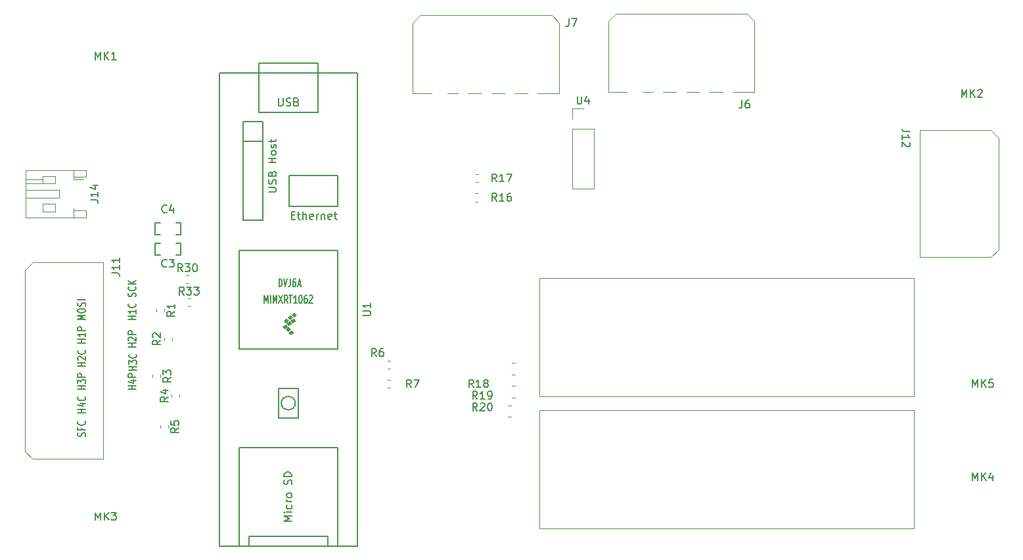
<source format=gbr>
%TF.GenerationSoftware,KiCad,Pcbnew,9.0.1*%
%TF.CreationDate,2025-06-05T12:40:09-07:00*%
%TF.ProjectId,chop_microcontroller_board,63686f70-5f6d-4696-9372-6f636f6e7472,rev?*%
%TF.SameCoordinates,Original*%
%TF.FileFunction,Legend,Top*%
%TF.FilePolarity,Positive*%
%FSLAX46Y46*%
G04 Gerber Fmt 4.6, Leading zero omitted, Abs format (unit mm)*
G04 Created by KiCad (PCBNEW 9.0.1) date 2025-06-05 12:40:09*
%MOMM*%
%LPD*%
G01*
G04 APERTURE LIST*
%ADD10C,0.150000*%
%ADD11C,0.153000*%
%ADD12C,0.100000*%
%ADD13C,0.120000*%
G04 APERTURE END LIST*
D10*
X95869819Y-116710839D02*
X94869819Y-116710839D01*
X95346009Y-116710839D02*
X95346009Y-116253696D01*
X95869819Y-116253696D02*
X94869819Y-116253696D01*
X94965057Y-115910840D02*
X94917438Y-115872744D01*
X94917438Y-115872744D02*
X94869819Y-115796554D01*
X94869819Y-115796554D02*
X94869819Y-115606078D01*
X94869819Y-115606078D02*
X94917438Y-115529887D01*
X94917438Y-115529887D02*
X94965057Y-115491792D01*
X94965057Y-115491792D02*
X95060295Y-115453697D01*
X95060295Y-115453697D02*
X95155533Y-115453697D01*
X95155533Y-115453697D02*
X95298390Y-115491792D01*
X95298390Y-115491792D02*
X95869819Y-115948935D01*
X95869819Y-115948935D02*
X95869819Y-115453697D01*
X95774580Y-114653696D02*
X95822200Y-114691792D01*
X95822200Y-114691792D02*
X95869819Y-114806077D01*
X95869819Y-114806077D02*
X95869819Y-114882268D01*
X95869819Y-114882268D02*
X95822200Y-114996554D01*
X95822200Y-114996554D02*
X95726961Y-115072744D01*
X95726961Y-115072744D02*
X95631723Y-115110839D01*
X95631723Y-115110839D02*
X95441247Y-115148935D01*
X95441247Y-115148935D02*
X95298390Y-115148935D01*
X95298390Y-115148935D02*
X95107914Y-115110839D01*
X95107914Y-115110839D02*
X95012676Y-115072744D01*
X95012676Y-115072744D02*
X94917438Y-114996554D01*
X94917438Y-114996554D02*
X94869819Y-114882268D01*
X94869819Y-114882268D02*
X94869819Y-114806077D01*
X94869819Y-114806077D02*
X94917438Y-114691792D01*
X94917438Y-114691792D02*
X94965057Y-114653696D01*
X102369819Y-114210839D02*
X101369819Y-114210839D01*
X101846009Y-114210839D02*
X101846009Y-113753696D01*
X102369819Y-113753696D02*
X101369819Y-113753696D01*
X101465057Y-113410840D02*
X101417438Y-113372744D01*
X101417438Y-113372744D02*
X101369819Y-113296554D01*
X101369819Y-113296554D02*
X101369819Y-113106078D01*
X101369819Y-113106078D02*
X101417438Y-113029887D01*
X101417438Y-113029887D02*
X101465057Y-112991792D01*
X101465057Y-112991792D02*
X101560295Y-112953697D01*
X101560295Y-112953697D02*
X101655533Y-112953697D01*
X101655533Y-112953697D02*
X101798390Y-112991792D01*
X101798390Y-112991792D02*
X102369819Y-113448935D01*
X102369819Y-113448935D02*
X102369819Y-112953697D01*
X102369819Y-112610839D02*
X101369819Y-112610839D01*
X101369819Y-112610839D02*
X101369819Y-112306077D01*
X101369819Y-112306077D02*
X101417438Y-112229887D01*
X101417438Y-112229887D02*
X101465057Y-112191792D01*
X101465057Y-112191792D02*
X101560295Y-112153696D01*
X101560295Y-112153696D02*
X101703152Y-112153696D01*
X101703152Y-112153696D02*
X101798390Y-112191792D01*
X101798390Y-112191792D02*
X101846009Y-112229887D01*
X101846009Y-112229887D02*
X101893628Y-112306077D01*
X101893628Y-112306077D02*
X101893628Y-112610839D01*
X95869819Y-110710839D02*
X94869819Y-110710839D01*
X94869819Y-110710839D02*
X95584104Y-110444173D01*
X95584104Y-110444173D02*
X94869819Y-110177506D01*
X94869819Y-110177506D02*
X95869819Y-110177506D01*
X94869819Y-109644172D02*
X94869819Y-109491791D01*
X94869819Y-109491791D02*
X94917438Y-109415601D01*
X94917438Y-109415601D02*
X95012676Y-109339410D01*
X95012676Y-109339410D02*
X95203152Y-109301315D01*
X95203152Y-109301315D02*
X95536485Y-109301315D01*
X95536485Y-109301315D02*
X95726961Y-109339410D01*
X95726961Y-109339410D02*
X95822200Y-109415601D01*
X95822200Y-109415601D02*
X95869819Y-109491791D01*
X95869819Y-109491791D02*
X95869819Y-109644172D01*
X95869819Y-109644172D02*
X95822200Y-109720363D01*
X95822200Y-109720363D02*
X95726961Y-109796553D01*
X95726961Y-109796553D02*
X95536485Y-109834649D01*
X95536485Y-109834649D02*
X95203152Y-109834649D01*
X95203152Y-109834649D02*
X95012676Y-109796553D01*
X95012676Y-109796553D02*
X94917438Y-109720363D01*
X94917438Y-109720363D02*
X94869819Y-109644172D01*
X95822200Y-108996554D02*
X95869819Y-108882268D01*
X95869819Y-108882268D02*
X95869819Y-108691792D01*
X95869819Y-108691792D02*
X95822200Y-108615601D01*
X95822200Y-108615601D02*
X95774580Y-108577506D01*
X95774580Y-108577506D02*
X95679342Y-108539411D01*
X95679342Y-108539411D02*
X95584104Y-108539411D01*
X95584104Y-108539411D02*
X95488866Y-108577506D01*
X95488866Y-108577506D02*
X95441247Y-108615601D01*
X95441247Y-108615601D02*
X95393628Y-108691792D01*
X95393628Y-108691792D02*
X95346009Y-108844173D01*
X95346009Y-108844173D02*
X95298390Y-108920363D01*
X95298390Y-108920363D02*
X95250771Y-108958458D01*
X95250771Y-108958458D02*
X95155533Y-108996554D01*
X95155533Y-108996554D02*
X95060295Y-108996554D01*
X95060295Y-108996554D02*
X94965057Y-108958458D01*
X94965057Y-108958458D02*
X94917438Y-108920363D01*
X94917438Y-108920363D02*
X94869819Y-108844173D01*
X94869819Y-108844173D02*
X94869819Y-108653696D01*
X94869819Y-108653696D02*
X94917438Y-108539411D01*
X95869819Y-108196553D02*
X94869819Y-108196553D01*
X102369819Y-110710839D02*
X101369819Y-110710839D01*
X101846009Y-110710839D02*
X101846009Y-110253696D01*
X102369819Y-110253696D02*
X101369819Y-110253696D01*
X102369819Y-109453697D02*
X102369819Y-109910840D01*
X102369819Y-109682268D02*
X101369819Y-109682268D01*
X101369819Y-109682268D02*
X101512676Y-109758459D01*
X101512676Y-109758459D02*
X101607914Y-109834649D01*
X101607914Y-109834649D02*
X101655533Y-109910840D01*
X102274580Y-108653696D02*
X102322200Y-108691792D01*
X102322200Y-108691792D02*
X102369819Y-108806077D01*
X102369819Y-108806077D02*
X102369819Y-108882268D01*
X102369819Y-108882268D02*
X102322200Y-108996554D01*
X102322200Y-108996554D02*
X102226961Y-109072744D01*
X102226961Y-109072744D02*
X102131723Y-109110839D01*
X102131723Y-109110839D02*
X101941247Y-109148935D01*
X101941247Y-109148935D02*
X101798390Y-109148935D01*
X101798390Y-109148935D02*
X101607914Y-109110839D01*
X101607914Y-109110839D02*
X101512676Y-109072744D01*
X101512676Y-109072744D02*
X101417438Y-108996554D01*
X101417438Y-108996554D02*
X101369819Y-108882268D01*
X101369819Y-108882268D02*
X101369819Y-108806077D01*
X101369819Y-108806077D02*
X101417438Y-108691792D01*
X101417438Y-108691792D02*
X101465057Y-108653696D01*
X102322200Y-107748935D02*
X102369819Y-107634649D01*
X102369819Y-107634649D02*
X102369819Y-107444173D01*
X102369819Y-107444173D02*
X102322200Y-107367982D01*
X102322200Y-107367982D02*
X102274580Y-107329887D01*
X102274580Y-107329887D02*
X102179342Y-107291792D01*
X102179342Y-107291792D02*
X102084104Y-107291792D01*
X102084104Y-107291792D02*
X101988866Y-107329887D01*
X101988866Y-107329887D02*
X101941247Y-107367982D01*
X101941247Y-107367982D02*
X101893628Y-107444173D01*
X101893628Y-107444173D02*
X101846009Y-107596554D01*
X101846009Y-107596554D02*
X101798390Y-107672744D01*
X101798390Y-107672744D02*
X101750771Y-107710839D01*
X101750771Y-107710839D02*
X101655533Y-107748935D01*
X101655533Y-107748935D02*
X101560295Y-107748935D01*
X101560295Y-107748935D02*
X101465057Y-107710839D01*
X101465057Y-107710839D02*
X101417438Y-107672744D01*
X101417438Y-107672744D02*
X101369819Y-107596554D01*
X101369819Y-107596554D02*
X101369819Y-107406077D01*
X101369819Y-107406077D02*
X101417438Y-107291792D01*
X102274580Y-106491791D02*
X102322200Y-106529887D01*
X102322200Y-106529887D02*
X102369819Y-106644172D01*
X102369819Y-106644172D02*
X102369819Y-106720363D01*
X102369819Y-106720363D02*
X102322200Y-106834649D01*
X102322200Y-106834649D02*
X102226961Y-106910839D01*
X102226961Y-106910839D02*
X102131723Y-106948934D01*
X102131723Y-106948934D02*
X101941247Y-106987030D01*
X101941247Y-106987030D02*
X101798390Y-106987030D01*
X101798390Y-106987030D02*
X101607914Y-106948934D01*
X101607914Y-106948934D02*
X101512676Y-106910839D01*
X101512676Y-106910839D02*
X101417438Y-106834649D01*
X101417438Y-106834649D02*
X101369819Y-106720363D01*
X101369819Y-106720363D02*
X101369819Y-106644172D01*
X101369819Y-106644172D02*
X101417438Y-106529887D01*
X101417438Y-106529887D02*
X101465057Y-106491791D01*
X102369819Y-106148934D02*
X101369819Y-106148934D01*
X102369819Y-105691791D02*
X101798390Y-106034649D01*
X101369819Y-105691791D02*
X101941247Y-106148934D01*
X102369819Y-119710839D02*
X101369819Y-119710839D01*
X101846009Y-119710839D02*
X101846009Y-119253696D01*
X102369819Y-119253696D02*
X101369819Y-119253696D01*
X101703152Y-118529887D02*
X102369819Y-118529887D01*
X101322200Y-118720363D02*
X102036485Y-118910840D01*
X102036485Y-118910840D02*
X102036485Y-118415601D01*
X102369819Y-118110839D02*
X101369819Y-118110839D01*
X101369819Y-118110839D02*
X101369819Y-117806077D01*
X101369819Y-117806077D02*
X101417438Y-117729887D01*
X101417438Y-117729887D02*
X101465057Y-117691792D01*
X101465057Y-117691792D02*
X101560295Y-117653696D01*
X101560295Y-117653696D02*
X101703152Y-117653696D01*
X101703152Y-117653696D02*
X101798390Y-117691792D01*
X101798390Y-117691792D02*
X101846009Y-117729887D01*
X101846009Y-117729887D02*
X101893628Y-117806077D01*
X101893628Y-117806077D02*
X101893628Y-118110839D01*
X102467438Y-117223778D02*
X101467438Y-117223778D01*
X101943628Y-117223778D02*
X101943628Y-116766635D01*
X102467438Y-116766635D02*
X101467438Y-116766635D01*
X101467438Y-116461874D02*
X101467438Y-115966636D01*
X101467438Y-115966636D02*
X101848390Y-116233302D01*
X101848390Y-116233302D02*
X101848390Y-116119017D01*
X101848390Y-116119017D02*
X101896009Y-116042826D01*
X101896009Y-116042826D02*
X101943628Y-116004731D01*
X101943628Y-116004731D02*
X102038866Y-115966636D01*
X102038866Y-115966636D02*
X102276961Y-115966636D01*
X102276961Y-115966636D02*
X102372199Y-116004731D01*
X102372199Y-116004731D02*
X102419819Y-116042826D01*
X102419819Y-116042826D02*
X102467438Y-116119017D01*
X102467438Y-116119017D02*
X102467438Y-116347588D01*
X102467438Y-116347588D02*
X102419819Y-116423779D01*
X102419819Y-116423779D02*
X102372199Y-116461874D01*
X102372199Y-115166635D02*
X102419819Y-115204731D01*
X102419819Y-115204731D02*
X102467438Y-115319016D01*
X102467438Y-115319016D02*
X102467438Y-115395207D01*
X102467438Y-115395207D02*
X102419819Y-115509493D01*
X102419819Y-115509493D02*
X102324580Y-115585683D01*
X102324580Y-115585683D02*
X102229342Y-115623778D01*
X102229342Y-115623778D02*
X102038866Y-115661874D01*
X102038866Y-115661874D02*
X101896009Y-115661874D01*
X101896009Y-115661874D02*
X101705533Y-115623778D01*
X101705533Y-115623778D02*
X101610295Y-115585683D01*
X101610295Y-115585683D02*
X101515057Y-115509493D01*
X101515057Y-115509493D02*
X101467438Y-115395207D01*
X101467438Y-115395207D02*
X101467438Y-115319016D01*
X101467438Y-115319016D02*
X101515057Y-115204731D01*
X101515057Y-115204731D02*
X101562676Y-115166635D01*
X95822200Y-125748935D02*
X95869819Y-125634649D01*
X95869819Y-125634649D02*
X95869819Y-125444173D01*
X95869819Y-125444173D02*
X95822200Y-125367982D01*
X95822200Y-125367982D02*
X95774580Y-125329887D01*
X95774580Y-125329887D02*
X95679342Y-125291792D01*
X95679342Y-125291792D02*
X95584104Y-125291792D01*
X95584104Y-125291792D02*
X95488866Y-125329887D01*
X95488866Y-125329887D02*
X95441247Y-125367982D01*
X95441247Y-125367982D02*
X95393628Y-125444173D01*
X95393628Y-125444173D02*
X95346009Y-125596554D01*
X95346009Y-125596554D02*
X95298390Y-125672744D01*
X95298390Y-125672744D02*
X95250771Y-125710839D01*
X95250771Y-125710839D02*
X95155533Y-125748935D01*
X95155533Y-125748935D02*
X95060295Y-125748935D01*
X95060295Y-125748935D02*
X94965057Y-125710839D01*
X94965057Y-125710839D02*
X94917438Y-125672744D01*
X94917438Y-125672744D02*
X94869819Y-125596554D01*
X94869819Y-125596554D02*
X94869819Y-125406077D01*
X94869819Y-125406077D02*
X94917438Y-125291792D01*
X95346009Y-124682268D02*
X95346009Y-124948934D01*
X95869819Y-124948934D02*
X94869819Y-124948934D01*
X94869819Y-124948934D02*
X94869819Y-124567982D01*
X95774580Y-123806077D02*
X95822200Y-123844173D01*
X95822200Y-123844173D02*
X95869819Y-123958458D01*
X95869819Y-123958458D02*
X95869819Y-124034649D01*
X95869819Y-124034649D02*
X95822200Y-124148935D01*
X95822200Y-124148935D02*
X95726961Y-124225125D01*
X95726961Y-124225125D02*
X95631723Y-124263220D01*
X95631723Y-124263220D02*
X95441247Y-124301316D01*
X95441247Y-124301316D02*
X95298390Y-124301316D01*
X95298390Y-124301316D02*
X95107914Y-124263220D01*
X95107914Y-124263220D02*
X95012676Y-124225125D01*
X95012676Y-124225125D02*
X94917438Y-124148935D01*
X94917438Y-124148935D02*
X94869819Y-124034649D01*
X94869819Y-124034649D02*
X94869819Y-123958458D01*
X94869819Y-123958458D02*
X94917438Y-123844173D01*
X94917438Y-123844173D02*
X94965057Y-123806077D01*
X95869819Y-119710839D02*
X94869819Y-119710839D01*
X95346009Y-119710839D02*
X95346009Y-119253696D01*
X95869819Y-119253696D02*
X94869819Y-119253696D01*
X94869819Y-118948935D02*
X94869819Y-118453697D01*
X94869819Y-118453697D02*
X95250771Y-118720363D01*
X95250771Y-118720363D02*
X95250771Y-118606078D01*
X95250771Y-118606078D02*
X95298390Y-118529887D01*
X95298390Y-118529887D02*
X95346009Y-118491792D01*
X95346009Y-118491792D02*
X95441247Y-118453697D01*
X95441247Y-118453697D02*
X95679342Y-118453697D01*
X95679342Y-118453697D02*
X95774580Y-118491792D01*
X95774580Y-118491792D02*
X95822200Y-118529887D01*
X95822200Y-118529887D02*
X95869819Y-118606078D01*
X95869819Y-118606078D02*
X95869819Y-118834649D01*
X95869819Y-118834649D02*
X95822200Y-118910840D01*
X95822200Y-118910840D02*
X95774580Y-118948935D01*
X95869819Y-118110839D02*
X94869819Y-118110839D01*
X94869819Y-118110839D02*
X94869819Y-117806077D01*
X94869819Y-117806077D02*
X94917438Y-117729887D01*
X94917438Y-117729887D02*
X94965057Y-117691792D01*
X94965057Y-117691792D02*
X95060295Y-117653696D01*
X95060295Y-117653696D02*
X95203152Y-117653696D01*
X95203152Y-117653696D02*
X95298390Y-117691792D01*
X95298390Y-117691792D02*
X95346009Y-117729887D01*
X95346009Y-117729887D02*
X95393628Y-117806077D01*
X95393628Y-117806077D02*
X95393628Y-118110839D01*
X95869819Y-113710839D02*
X94869819Y-113710839D01*
X95346009Y-113710839D02*
X95346009Y-113253696D01*
X95869819Y-113253696D02*
X94869819Y-113253696D01*
X95869819Y-112453697D02*
X95869819Y-112910840D01*
X95869819Y-112682268D02*
X94869819Y-112682268D01*
X94869819Y-112682268D02*
X95012676Y-112758459D01*
X95012676Y-112758459D02*
X95107914Y-112834649D01*
X95107914Y-112834649D02*
X95155533Y-112910840D01*
X95869819Y-112110839D02*
X94869819Y-112110839D01*
X94869819Y-112110839D02*
X94869819Y-111806077D01*
X94869819Y-111806077D02*
X94917438Y-111729887D01*
X94917438Y-111729887D02*
X94965057Y-111691792D01*
X94965057Y-111691792D02*
X95060295Y-111653696D01*
X95060295Y-111653696D02*
X95203152Y-111653696D01*
X95203152Y-111653696D02*
X95298390Y-111691792D01*
X95298390Y-111691792D02*
X95346009Y-111729887D01*
X95346009Y-111729887D02*
X95393628Y-111806077D01*
X95393628Y-111806077D02*
X95393628Y-112110839D01*
X95869819Y-122710839D02*
X94869819Y-122710839D01*
X95346009Y-122710839D02*
X95346009Y-122253696D01*
X95869819Y-122253696D02*
X94869819Y-122253696D01*
X95203152Y-121529887D02*
X95869819Y-121529887D01*
X94822200Y-121720363D02*
X95536485Y-121910840D01*
X95536485Y-121910840D02*
X95536485Y-121415601D01*
X95774580Y-120653696D02*
X95822200Y-120691792D01*
X95822200Y-120691792D02*
X95869819Y-120806077D01*
X95869819Y-120806077D02*
X95869819Y-120882268D01*
X95869819Y-120882268D02*
X95822200Y-120996554D01*
X95822200Y-120996554D02*
X95726961Y-121072744D01*
X95726961Y-121072744D02*
X95631723Y-121110839D01*
X95631723Y-121110839D02*
X95441247Y-121148935D01*
X95441247Y-121148935D02*
X95298390Y-121148935D01*
X95298390Y-121148935D02*
X95107914Y-121110839D01*
X95107914Y-121110839D02*
X95012676Y-121072744D01*
X95012676Y-121072744D02*
X94917438Y-120996554D01*
X94917438Y-120996554D02*
X94869819Y-120882268D01*
X94869819Y-120882268D02*
X94869819Y-120806077D01*
X94869819Y-120806077D02*
X94917438Y-120691792D01*
X94917438Y-120691792D02*
X94965057Y-120653696D01*
X208768076Y-82098819D02*
X208768076Y-81098819D01*
X208768076Y-81098819D02*
X209101409Y-81813104D01*
X209101409Y-81813104D02*
X209434742Y-81098819D01*
X209434742Y-81098819D02*
X209434742Y-82098819D01*
X209910933Y-82098819D02*
X209910933Y-81098819D01*
X210482361Y-82098819D02*
X210053790Y-81527390D01*
X210482361Y-81098819D02*
X209910933Y-81670247D01*
X210863314Y-81194057D02*
X210910933Y-81146438D01*
X210910933Y-81146438D02*
X211006171Y-81098819D01*
X211006171Y-81098819D02*
X211244266Y-81098819D01*
X211244266Y-81098819D02*
X211339504Y-81146438D01*
X211339504Y-81146438D02*
X211387123Y-81194057D01*
X211387123Y-81194057D02*
X211434742Y-81289295D01*
X211434742Y-81289295D02*
X211434742Y-81384533D01*
X211434742Y-81384533D02*
X211387123Y-81527390D01*
X211387123Y-81527390D02*
X210815695Y-82098819D01*
X210815695Y-82098819D02*
X211434742Y-82098819D01*
X148857142Y-95454819D02*
X148523809Y-94978628D01*
X148285714Y-95454819D02*
X148285714Y-94454819D01*
X148285714Y-94454819D02*
X148666666Y-94454819D01*
X148666666Y-94454819D02*
X148761904Y-94502438D01*
X148761904Y-94502438D02*
X148809523Y-94550057D01*
X148809523Y-94550057D02*
X148857142Y-94645295D01*
X148857142Y-94645295D02*
X148857142Y-94788152D01*
X148857142Y-94788152D02*
X148809523Y-94883390D01*
X148809523Y-94883390D02*
X148761904Y-94931009D01*
X148761904Y-94931009D02*
X148666666Y-94978628D01*
X148666666Y-94978628D02*
X148285714Y-94978628D01*
X149809523Y-95454819D02*
X149238095Y-95454819D01*
X149523809Y-95454819D02*
X149523809Y-94454819D01*
X149523809Y-94454819D02*
X149428571Y-94597676D01*
X149428571Y-94597676D02*
X149333333Y-94692914D01*
X149333333Y-94692914D02*
X149238095Y-94740533D01*
X150666666Y-94454819D02*
X150476190Y-94454819D01*
X150476190Y-94454819D02*
X150380952Y-94502438D01*
X150380952Y-94502438D02*
X150333333Y-94550057D01*
X150333333Y-94550057D02*
X150238095Y-94692914D01*
X150238095Y-94692914D02*
X150190476Y-94883390D01*
X150190476Y-94883390D02*
X150190476Y-95264342D01*
X150190476Y-95264342D02*
X150238095Y-95359580D01*
X150238095Y-95359580D02*
X150285714Y-95407200D01*
X150285714Y-95407200D02*
X150380952Y-95454819D01*
X150380952Y-95454819D02*
X150571428Y-95454819D01*
X150571428Y-95454819D02*
X150666666Y-95407200D01*
X150666666Y-95407200D02*
X150714285Y-95359580D01*
X150714285Y-95359580D02*
X150761904Y-95264342D01*
X150761904Y-95264342D02*
X150761904Y-95026247D01*
X150761904Y-95026247D02*
X150714285Y-94931009D01*
X150714285Y-94931009D02*
X150666666Y-94883390D01*
X150666666Y-94883390D02*
X150571428Y-94835771D01*
X150571428Y-94835771D02*
X150380952Y-94835771D01*
X150380952Y-94835771D02*
X150285714Y-94883390D01*
X150285714Y-94883390D02*
X150238095Y-94931009D01*
X150238095Y-94931009D02*
X150190476Y-95026247D01*
X106884819Y-118166666D02*
X106408628Y-118499999D01*
X106884819Y-118738094D02*
X105884819Y-118738094D01*
X105884819Y-118738094D02*
X105884819Y-118357142D01*
X105884819Y-118357142D02*
X105932438Y-118261904D01*
X105932438Y-118261904D02*
X105980057Y-118214285D01*
X105980057Y-118214285D02*
X106075295Y-118166666D01*
X106075295Y-118166666D02*
X106218152Y-118166666D01*
X106218152Y-118166666D02*
X106313390Y-118214285D01*
X106313390Y-118214285D02*
X106361009Y-118261904D01*
X106361009Y-118261904D02*
X106408628Y-118357142D01*
X106408628Y-118357142D02*
X106408628Y-118738094D01*
X105884819Y-117833332D02*
X105884819Y-117214285D01*
X105884819Y-117214285D02*
X106265771Y-117547618D01*
X106265771Y-117547618D02*
X106265771Y-117404761D01*
X106265771Y-117404761D02*
X106313390Y-117309523D01*
X106313390Y-117309523D02*
X106361009Y-117261904D01*
X106361009Y-117261904D02*
X106456247Y-117214285D01*
X106456247Y-117214285D02*
X106694342Y-117214285D01*
X106694342Y-117214285D02*
X106789580Y-117261904D01*
X106789580Y-117261904D02*
X106837200Y-117309523D01*
X106837200Y-117309523D02*
X106884819Y-117404761D01*
X106884819Y-117404761D02*
X106884819Y-117690475D01*
X106884819Y-117690475D02*
X106837200Y-117785713D01*
X106837200Y-117785713D02*
X106789580Y-117833332D01*
X108357142Y-104524819D02*
X108023809Y-104048628D01*
X107785714Y-104524819D02*
X107785714Y-103524819D01*
X107785714Y-103524819D02*
X108166666Y-103524819D01*
X108166666Y-103524819D02*
X108261904Y-103572438D01*
X108261904Y-103572438D02*
X108309523Y-103620057D01*
X108309523Y-103620057D02*
X108357142Y-103715295D01*
X108357142Y-103715295D02*
X108357142Y-103858152D01*
X108357142Y-103858152D02*
X108309523Y-103953390D01*
X108309523Y-103953390D02*
X108261904Y-104001009D01*
X108261904Y-104001009D02*
X108166666Y-104048628D01*
X108166666Y-104048628D02*
X107785714Y-104048628D01*
X108690476Y-103524819D02*
X109309523Y-103524819D01*
X109309523Y-103524819D02*
X108976190Y-103905771D01*
X108976190Y-103905771D02*
X109119047Y-103905771D01*
X109119047Y-103905771D02*
X109214285Y-103953390D01*
X109214285Y-103953390D02*
X109261904Y-104001009D01*
X109261904Y-104001009D02*
X109309523Y-104096247D01*
X109309523Y-104096247D02*
X109309523Y-104334342D01*
X109309523Y-104334342D02*
X109261904Y-104429580D01*
X109261904Y-104429580D02*
X109214285Y-104477200D01*
X109214285Y-104477200D02*
X109119047Y-104524819D01*
X109119047Y-104524819D02*
X108833333Y-104524819D01*
X108833333Y-104524819D02*
X108738095Y-104477200D01*
X108738095Y-104477200D02*
X108690476Y-104429580D01*
X109928571Y-103524819D02*
X110023809Y-103524819D01*
X110023809Y-103524819D02*
X110119047Y-103572438D01*
X110119047Y-103572438D02*
X110166666Y-103620057D01*
X110166666Y-103620057D02*
X110214285Y-103715295D01*
X110214285Y-103715295D02*
X110261904Y-103905771D01*
X110261904Y-103905771D02*
X110261904Y-104143866D01*
X110261904Y-104143866D02*
X110214285Y-104334342D01*
X110214285Y-104334342D02*
X110166666Y-104429580D01*
X110166666Y-104429580D02*
X110119047Y-104477200D01*
X110119047Y-104477200D02*
X110023809Y-104524819D01*
X110023809Y-104524819D02*
X109928571Y-104524819D01*
X109928571Y-104524819D02*
X109833333Y-104477200D01*
X109833333Y-104477200D02*
X109785714Y-104429580D01*
X109785714Y-104429580D02*
X109738095Y-104334342D01*
X109738095Y-104334342D02*
X109690476Y-104143866D01*
X109690476Y-104143866D02*
X109690476Y-103905771D01*
X109690476Y-103905771D02*
X109738095Y-103715295D01*
X109738095Y-103715295D02*
X109785714Y-103620057D01*
X109785714Y-103620057D02*
X109833333Y-103572438D01*
X109833333Y-103572438D02*
X109928571Y-103524819D01*
X105524819Y-113381266D02*
X105048628Y-113714599D01*
X105524819Y-113952694D02*
X104524819Y-113952694D01*
X104524819Y-113952694D02*
X104524819Y-113571742D01*
X104524819Y-113571742D02*
X104572438Y-113476504D01*
X104572438Y-113476504D02*
X104620057Y-113428885D01*
X104620057Y-113428885D02*
X104715295Y-113381266D01*
X104715295Y-113381266D02*
X104858152Y-113381266D01*
X104858152Y-113381266D02*
X104953390Y-113428885D01*
X104953390Y-113428885D02*
X105001009Y-113476504D01*
X105001009Y-113476504D02*
X105048628Y-113571742D01*
X105048628Y-113571742D02*
X105048628Y-113952694D01*
X104620057Y-113000313D02*
X104572438Y-112952694D01*
X104572438Y-112952694D02*
X104524819Y-112857456D01*
X104524819Y-112857456D02*
X104524819Y-112619361D01*
X104524819Y-112619361D02*
X104572438Y-112524123D01*
X104572438Y-112524123D02*
X104620057Y-112476504D01*
X104620057Y-112476504D02*
X104715295Y-112428885D01*
X104715295Y-112428885D02*
X104810533Y-112428885D01*
X104810533Y-112428885D02*
X104953390Y-112476504D01*
X104953390Y-112476504D02*
X105524819Y-113047932D01*
X105524819Y-113047932D02*
X105524819Y-112428885D01*
X106333333Y-103859580D02*
X106285714Y-103907200D01*
X106285714Y-103907200D02*
X106142857Y-103954819D01*
X106142857Y-103954819D02*
X106047619Y-103954819D01*
X106047619Y-103954819D02*
X105904762Y-103907200D01*
X105904762Y-103907200D02*
X105809524Y-103811961D01*
X105809524Y-103811961D02*
X105761905Y-103716723D01*
X105761905Y-103716723D02*
X105714286Y-103526247D01*
X105714286Y-103526247D02*
X105714286Y-103383390D01*
X105714286Y-103383390D02*
X105761905Y-103192914D01*
X105761905Y-103192914D02*
X105809524Y-103097676D01*
X105809524Y-103097676D02*
X105904762Y-103002438D01*
X105904762Y-103002438D02*
X106047619Y-102954819D01*
X106047619Y-102954819D02*
X106142857Y-102954819D01*
X106142857Y-102954819D02*
X106285714Y-103002438D01*
X106285714Y-103002438D02*
X106333333Y-103050057D01*
X106666667Y-102954819D02*
X107285714Y-102954819D01*
X107285714Y-102954819D02*
X106952381Y-103335771D01*
X106952381Y-103335771D02*
X107095238Y-103335771D01*
X107095238Y-103335771D02*
X107190476Y-103383390D01*
X107190476Y-103383390D02*
X107238095Y-103431009D01*
X107238095Y-103431009D02*
X107285714Y-103526247D01*
X107285714Y-103526247D02*
X107285714Y-103764342D01*
X107285714Y-103764342D02*
X107238095Y-103859580D01*
X107238095Y-103859580D02*
X107190476Y-103907200D01*
X107190476Y-103907200D02*
X107095238Y-103954819D01*
X107095238Y-103954819D02*
X106809524Y-103954819D01*
X106809524Y-103954819D02*
X106714286Y-103907200D01*
X106714286Y-103907200D02*
X106666667Y-103859580D01*
X158166666Y-71954819D02*
X158166666Y-72669104D01*
X158166666Y-72669104D02*
X158119047Y-72811961D01*
X158119047Y-72811961D02*
X158023809Y-72907200D01*
X158023809Y-72907200D02*
X157880952Y-72954819D01*
X157880952Y-72954819D02*
X157785714Y-72954819D01*
X158547619Y-71954819D02*
X159214285Y-71954819D01*
X159214285Y-71954819D02*
X158785714Y-72954819D01*
X96504819Y-95309523D02*
X97219104Y-95309523D01*
X97219104Y-95309523D02*
X97361961Y-95357142D01*
X97361961Y-95357142D02*
X97457200Y-95452380D01*
X97457200Y-95452380D02*
X97504819Y-95595237D01*
X97504819Y-95595237D02*
X97504819Y-95690475D01*
X97504819Y-94309523D02*
X97504819Y-94880951D01*
X97504819Y-94595237D02*
X96504819Y-94595237D01*
X96504819Y-94595237D02*
X96647676Y-94690475D01*
X96647676Y-94690475D02*
X96742914Y-94785713D01*
X96742914Y-94785713D02*
X96790533Y-94880951D01*
X96838152Y-93452380D02*
X97504819Y-93452380D01*
X96457200Y-93690475D02*
X97171485Y-93928570D01*
X97171485Y-93928570D02*
X97171485Y-93309523D01*
X180466666Y-82454819D02*
X180466666Y-83169104D01*
X180466666Y-83169104D02*
X180419047Y-83311961D01*
X180419047Y-83311961D02*
X180323809Y-83407200D01*
X180323809Y-83407200D02*
X180180952Y-83454819D01*
X180180952Y-83454819D02*
X180085714Y-83454819D01*
X181371428Y-82454819D02*
X181180952Y-82454819D01*
X181180952Y-82454819D02*
X181085714Y-82502438D01*
X181085714Y-82502438D02*
X181038095Y-82550057D01*
X181038095Y-82550057D02*
X180942857Y-82692914D01*
X180942857Y-82692914D02*
X180895238Y-82883390D01*
X180895238Y-82883390D02*
X180895238Y-83264342D01*
X180895238Y-83264342D02*
X180942857Y-83359580D01*
X180942857Y-83359580D02*
X180990476Y-83407200D01*
X180990476Y-83407200D02*
X181085714Y-83454819D01*
X181085714Y-83454819D02*
X181276190Y-83454819D01*
X181276190Y-83454819D02*
X181371428Y-83407200D01*
X181371428Y-83407200D02*
X181419047Y-83359580D01*
X181419047Y-83359580D02*
X181466666Y-83264342D01*
X181466666Y-83264342D02*
X181466666Y-83026247D01*
X181466666Y-83026247D02*
X181419047Y-82931009D01*
X181419047Y-82931009D02*
X181371428Y-82883390D01*
X181371428Y-82883390D02*
X181276190Y-82835771D01*
X181276190Y-82835771D02*
X181085714Y-82835771D01*
X181085714Y-82835771D02*
X180990476Y-82883390D01*
X180990476Y-82883390D02*
X180942857Y-82931009D01*
X180942857Y-82931009D02*
X180895238Y-83026247D01*
X106333333Y-96859580D02*
X106285714Y-96907200D01*
X106285714Y-96907200D02*
X106142857Y-96954819D01*
X106142857Y-96954819D02*
X106047619Y-96954819D01*
X106047619Y-96954819D02*
X105904762Y-96907200D01*
X105904762Y-96907200D02*
X105809524Y-96811961D01*
X105809524Y-96811961D02*
X105761905Y-96716723D01*
X105761905Y-96716723D02*
X105714286Y-96526247D01*
X105714286Y-96526247D02*
X105714286Y-96383390D01*
X105714286Y-96383390D02*
X105761905Y-96192914D01*
X105761905Y-96192914D02*
X105809524Y-96097676D01*
X105809524Y-96097676D02*
X105904762Y-96002438D01*
X105904762Y-96002438D02*
X106047619Y-95954819D01*
X106047619Y-95954819D02*
X106142857Y-95954819D01*
X106142857Y-95954819D02*
X106285714Y-96002438D01*
X106285714Y-96002438D02*
X106333333Y-96050057D01*
X107190476Y-96288152D02*
X107190476Y-96954819D01*
X106952381Y-95907200D02*
X106714286Y-96621485D01*
X106714286Y-96621485D02*
X107333333Y-96621485D01*
X107384819Y-109666666D02*
X106908628Y-109999999D01*
X107384819Y-110238094D02*
X106384819Y-110238094D01*
X106384819Y-110238094D02*
X106384819Y-109857142D01*
X106384819Y-109857142D02*
X106432438Y-109761904D01*
X106432438Y-109761904D02*
X106480057Y-109714285D01*
X106480057Y-109714285D02*
X106575295Y-109666666D01*
X106575295Y-109666666D02*
X106718152Y-109666666D01*
X106718152Y-109666666D02*
X106813390Y-109714285D01*
X106813390Y-109714285D02*
X106861009Y-109761904D01*
X106861009Y-109761904D02*
X106908628Y-109857142D01*
X106908628Y-109857142D02*
X106908628Y-110238094D01*
X107384819Y-108714285D02*
X107384819Y-109285713D01*
X107384819Y-108999999D02*
X106384819Y-108999999D01*
X106384819Y-108999999D02*
X106527676Y-109095237D01*
X106527676Y-109095237D02*
X106622914Y-109190475D01*
X106622914Y-109190475D02*
X106670533Y-109285713D01*
X97134476Y-77219619D02*
X97134476Y-76219619D01*
X97134476Y-76219619D02*
X97467809Y-76933904D01*
X97467809Y-76933904D02*
X97801142Y-76219619D01*
X97801142Y-76219619D02*
X97801142Y-77219619D01*
X98277333Y-77219619D02*
X98277333Y-76219619D01*
X98848761Y-77219619D02*
X98420190Y-76648190D01*
X98848761Y-76219619D02*
X98277333Y-76791047D01*
X99801142Y-77219619D02*
X99229714Y-77219619D01*
X99515428Y-77219619D02*
X99515428Y-76219619D01*
X99515428Y-76219619D02*
X99420190Y-76362476D01*
X99420190Y-76362476D02*
X99324952Y-76457714D01*
X99324952Y-76457714D02*
X99229714Y-76505333D01*
X106524819Y-120666666D02*
X106048628Y-120999999D01*
X106524819Y-121238094D02*
X105524819Y-121238094D01*
X105524819Y-121238094D02*
X105524819Y-120857142D01*
X105524819Y-120857142D02*
X105572438Y-120761904D01*
X105572438Y-120761904D02*
X105620057Y-120714285D01*
X105620057Y-120714285D02*
X105715295Y-120666666D01*
X105715295Y-120666666D02*
X105858152Y-120666666D01*
X105858152Y-120666666D02*
X105953390Y-120714285D01*
X105953390Y-120714285D02*
X106001009Y-120761904D01*
X106001009Y-120761904D02*
X106048628Y-120857142D01*
X106048628Y-120857142D02*
X106048628Y-121238094D01*
X105858152Y-119809523D02*
X106524819Y-119809523D01*
X105477200Y-120047618D02*
X106191485Y-120285713D01*
X106191485Y-120285713D02*
X106191485Y-119666666D01*
X159238095Y-81954819D02*
X159238095Y-82764342D01*
X159238095Y-82764342D02*
X159285714Y-82859580D01*
X159285714Y-82859580D02*
X159333333Y-82907200D01*
X159333333Y-82907200D02*
X159428571Y-82954819D01*
X159428571Y-82954819D02*
X159619047Y-82954819D01*
X159619047Y-82954819D02*
X159714285Y-82907200D01*
X159714285Y-82907200D02*
X159761904Y-82859580D01*
X159761904Y-82859580D02*
X159809523Y-82764342D01*
X159809523Y-82764342D02*
X159809523Y-81954819D01*
X160714285Y-82288152D02*
X160714285Y-82954819D01*
X160476190Y-81907200D02*
X160238095Y-82621485D01*
X160238095Y-82621485D02*
X160857142Y-82621485D01*
X137833333Y-119454819D02*
X137500000Y-118978628D01*
X137261905Y-119454819D02*
X137261905Y-118454819D01*
X137261905Y-118454819D02*
X137642857Y-118454819D01*
X137642857Y-118454819D02*
X137738095Y-118502438D01*
X137738095Y-118502438D02*
X137785714Y-118550057D01*
X137785714Y-118550057D02*
X137833333Y-118645295D01*
X137833333Y-118645295D02*
X137833333Y-118788152D01*
X137833333Y-118788152D02*
X137785714Y-118883390D01*
X137785714Y-118883390D02*
X137738095Y-118931009D01*
X137738095Y-118931009D02*
X137642857Y-118978628D01*
X137642857Y-118978628D02*
X137261905Y-118978628D01*
X138166667Y-118454819D02*
X138833333Y-118454819D01*
X138833333Y-118454819D02*
X138404762Y-119454819D01*
X145857142Y-119454819D02*
X145523809Y-118978628D01*
X145285714Y-119454819D02*
X145285714Y-118454819D01*
X145285714Y-118454819D02*
X145666666Y-118454819D01*
X145666666Y-118454819D02*
X145761904Y-118502438D01*
X145761904Y-118502438D02*
X145809523Y-118550057D01*
X145809523Y-118550057D02*
X145857142Y-118645295D01*
X145857142Y-118645295D02*
X145857142Y-118788152D01*
X145857142Y-118788152D02*
X145809523Y-118883390D01*
X145809523Y-118883390D02*
X145761904Y-118931009D01*
X145761904Y-118931009D02*
X145666666Y-118978628D01*
X145666666Y-118978628D02*
X145285714Y-118978628D01*
X146809523Y-119454819D02*
X146238095Y-119454819D01*
X146523809Y-119454819D02*
X146523809Y-118454819D01*
X146523809Y-118454819D02*
X146428571Y-118597676D01*
X146428571Y-118597676D02*
X146333333Y-118692914D01*
X146333333Y-118692914D02*
X146238095Y-118740533D01*
X147380952Y-118883390D02*
X147285714Y-118835771D01*
X147285714Y-118835771D02*
X147238095Y-118788152D01*
X147238095Y-118788152D02*
X147190476Y-118692914D01*
X147190476Y-118692914D02*
X147190476Y-118645295D01*
X147190476Y-118645295D02*
X147238095Y-118550057D01*
X147238095Y-118550057D02*
X147285714Y-118502438D01*
X147285714Y-118502438D02*
X147380952Y-118454819D01*
X147380952Y-118454819D02*
X147571428Y-118454819D01*
X147571428Y-118454819D02*
X147666666Y-118502438D01*
X147666666Y-118502438D02*
X147714285Y-118550057D01*
X147714285Y-118550057D02*
X147761904Y-118645295D01*
X147761904Y-118645295D02*
X147761904Y-118692914D01*
X147761904Y-118692914D02*
X147714285Y-118788152D01*
X147714285Y-118788152D02*
X147666666Y-118835771D01*
X147666666Y-118835771D02*
X147571428Y-118883390D01*
X147571428Y-118883390D02*
X147380952Y-118883390D01*
X147380952Y-118883390D02*
X147285714Y-118931009D01*
X147285714Y-118931009D02*
X147238095Y-118978628D01*
X147238095Y-118978628D02*
X147190476Y-119073866D01*
X147190476Y-119073866D02*
X147190476Y-119264342D01*
X147190476Y-119264342D02*
X147238095Y-119359580D01*
X147238095Y-119359580D02*
X147285714Y-119407200D01*
X147285714Y-119407200D02*
X147380952Y-119454819D01*
X147380952Y-119454819D02*
X147571428Y-119454819D01*
X147571428Y-119454819D02*
X147666666Y-119407200D01*
X147666666Y-119407200D02*
X147714285Y-119359580D01*
X147714285Y-119359580D02*
X147761904Y-119264342D01*
X147761904Y-119264342D02*
X147761904Y-119073866D01*
X147761904Y-119073866D02*
X147714285Y-118978628D01*
X147714285Y-118978628D02*
X147666666Y-118931009D01*
X147666666Y-118931009D02*
X147571428Y-118883390D01*
X133333333Y-115454819D02*
X133000000Y-114978628D01*
X132761905Y-115454819D02*
X132761905Y-114454819D01*
X132761905Y-114454819D02*
X133142857Y-114454819D01*
X133142857Y-114454819D02*
X133238095Y-114502438D01*
X133238095Y-114502438D02*
X133285714Y-114550057D01*
X133285714Y-114550057D02*
X133333333Y-114645295D01*
X133333333Y-114645295D02*
X133333333Y-114788152D01*
X133333333Y-114788152D02*
X133285714Y-114883390D01*
X133285714Y-114883390D02*
X133238095Y-114931009D01*
X133238095Y-114931009D02*
X133142857Y-114978628D01*
X133142857Y-114978628D02*
X132761905Y-114978628D01*
X134190476Y-114454819D02*
X134000000Y-114454819D01*
X134000000Y-114454819D02*
X133904762Y-114502438D01*
X133904762Y-114502438D02*
X133857143Y-114550057D01*
X133857143Y-114550057D02*
X133761905Y-114692914D01*
X133761905Y-114692914D02*
X133714286Y-114883390D01*
X133714286Y-114883390D02*
X133714286Y-115264342D01*
X133714286Y-115264342D02*
X133761905Y-115359580D01*
X133761905Y-115359580D02*
X133809524Y-115407200D01*
X133809524Y-115407200D02*
X133904762Y-115454819D01*
X133904762Y-115454819D02*
X134095238Y-115454819D01*
X134095238Y-115454819D02*
X134190476Y-115407200D01*
X134190476Y-115407200D02*
X134238095Y-115359580D01*
X134238095Y-115359580D02*
X134285714Y-115264342D01*
X134285714Y-115264342D02*
X134285714Y-115026247D01*
X134285714Y-115026247D02*
X134238095Y-114931009D01*
X134238095Y-114931009D02*
X134190476Y-114883390D01*
X134190476Y-114883390D02*
X134095238Y-114835771D01*
X134095238Y-114835771D02*
X133904762Y-114835771D01*
X133904762Y-114835771D02*
X133809524Y-114883390D01*
X133809524Y-114883390D02*
X133761905Y-114931009D01*
X133761905Y-114931009D02*
X133714286Y-115026247D01*
X202098980Y-86505276D02*
X201384695Y-86505276D01*
X201384695Y-86505276D02*
X201241838Y-86457657D01*
X201241838Y-86457657D02*
X201146600Y-86362419D01*
X201146600Y-86362419D02*
X201098980Y-86219562D01*
X201098980Y-86219562D02*
X201098980Y-86124324D01*
X201098980Y-87505276D02*
X201098980Y-86933848D01*
X201098980Y-87219562D02*
X202098980Y-87219562D01*
X202098980Y-87219562D02*
X201956123Y-87124324D01*
X201956123Y-87124324D02*
X201860885Y-87029086D01*
X201860885Y-87029086D02*
X201813266Y-86933848D01*
X202003742Y-87886229D02*
X202051361Y-87933848D01*
X202051361Y-87933848D02*
X202098980Y-88029086D01*
X202098980Y-88029086D02*
X202098980Y-88267181D01*
X202098980Y-88267181D02*
X202051361Y-88362419D01*
X202051361Y-88362419D02*
X202003742Y-88410038D01*
X202003742Y-88410038D02*
X201908504Y-88457657D01*
X201908504Y-88457657D02*
X201813266Y-88457657D01*
X201813266Y-88457657D02*
X201670409Y-88410038D01*
X201670409Y-88410038D02*
X201098980Y-87838610D01*
X201098980Y-87838610D02*
X201098980Y-88457657D01*
X108569642Y-107524819D02*
X108236309Y-107048628D01*
X107998214Y-107524819D02*
X107998214Y-106524819D01*
X107998214Y-106524819D02*
X108379166Y-106524819D01*
X108379166Y-106524819D02*
X108474404Y-106572438D01*
X108474404Y-106572438D02*
X108522023Y-106620057D01*
X108522023Y-106620057D02*
X108569642Y-106715295D01*
X108569642Y-106715295D02*
X108569642Y-106858152D01*
X108569642Y-106858152D02*
X108522023Y-106953390D01*
X108522023Y-106953390D02*
X108474404Y-107001009D01*
X108474404Y-107001009D02*
X108379166Y-107048628D01*
X108379166Y-107048628D02*
X107998214Y-107048628D01*
X108902976Y-106524819D02*
X109522023Y-106524819D01*
X109522023Y-106524819D02*
X109188690Y-106905771D01*
X109188690Y-106905771D02*
X109331547Y-106905771D01*
X109331547Y-106905771D02*
X109426785Y-106953390D01*
X109426785Y-106953390D02*
X109474404Y-107001009D01*
X109474404Y-107001009D02*
X109522023Y-107096247D01*
X109522023Y-107096247D02*
X109522023Y-107334342D01*
X109522023Y-107334342D02*
X109474404Y-107429580D01*
X109474404Y-107429580D02*
X109426785Y-107477200D01*
X109426785Y-107477200D02*
X109331547Y-107524819D01*
X109331547Y-107524819D02*
X109045833Y-107524819D01*
X109045833Y-107524819D02*
X108950595Y-107477200D01*
X108950595Y-107477200D02*
X108902976Y-107429580D01*
X109855357Y-106524819D02*
X110474404Y-106524819D01*
X110474404Y-106524819D02*
X110141071Y-106905771D01*
X110141071Y-106905771D02*
X110283928Y-106905771D01*
X110283928Y-106905771D02*
X110379166Y-106953390D01*
X110379166Y-106953390D02*
X110426785Y-107001009D01*
X110426785Y-107001009D02*
X110474404Y-107096247D01*
X110474404Y-107096247D02*
X110474404Y-107334342D01*
X110474404Y-107334342D02*
X110426785Y-107429580D01*
X110426785Y-107429580D02*
X110379166Y-107477200D01*
X110379166Y-107477200D02*
X110283928Y-107524819D01*
X110283928Y-107524819D02*
X109998214Y-107524819D01*
X109998214Y-107524819D02*
X109902976Y-107477200D01*
X109902976Y-107477200D02*
X109855357Y-107429580D01*
D11*
X131614663Y-110171904D02*
X132424186Y-110171904D01*
X132424186Y-110171904D02*
X132519424Y-110124285D01*
X132519424Y-110124285D02*
X132567044Y-110076666D01*
X132567044Y-110076666D02*
X132614663Y-109981428D01*
X132614663Y-109981428D02*
X132614663Y-109790952D01*
X132614663Y-109790952D02*
X132567044Y-109695714D01*
X132567044Y-109695714D02*
X132519424Y-109648095D01*
X132519424Y-109648095D02*
X132424186Y-109600476D01*
X132424186Y-109600476D02*
X131614663Y-109600476D01*
X132614663Y-108600476D02*
X132614663Y-109171904D01*
X132614663Y-108886190D02*
X131614663Y-108886190D01*
X131614663Y-108886190D02*
X131757520Y-108981428D01*
X131757520Y-108981428D02*
X131852758Y-109076666D01*
X131852758Y-109076666D02*
X131900377Y-109171904D01*
X122419456Y-97275853D02*
X122752789Y-97275853D01*
X122895646Y-97799663D02*
X122419456Y-97799663D01*
X122419456Y-97799663D02*
X122419456Y-96799663D01*
X122419456Y-96799663D02*
X122895646Y-96799663D01*
X123181361Y-97132996D02*
X123562313Y-97132996D01*
X123324218Y-96799663D02*
X123324218Y-97656805D01*
X123324218Y-97656805D02*
X123371837Y-97752044D01*
X123371837Y-97752044D02*
X123467075Y-97799663D01*
X123467075Y-97799663D02*
X123562313Y-97799663D01*
X123895647Y-97799663D02*
X123895647Y-96799663D01*
X124324218Y-97799663D02*
X124324218Y-97275853D01*
X124324218Y-97275853D02*
X124276599Y-97180615D01*
X124276599Y-97180615D02*
X124181361Y-97132996D01*
X124181361Y-97132996D02*
X124038504Y-97132996D01*
X124038504Y-97132996D02*
X123943266Y-97180615D01*
X123943266Y-97180615D02*
X123895647Y-97228234D01*
X125181361Y-97752044D02*
X125086123Y-97799663D01*
X125086123Y-97799663D02*
X124895647Y-97799663D01*
X124895647Y-97799663D02*
X124800409Y-97752044D01*
X124800409Y-97752044D02*
X124752790Y-97656805D01*
X124752790Y-97656805D02*
X124752790Y-97275853D01*
X124752790Y-97275853D02*
X124800409Y-97180615D01*
X124800409Y-97180615D02*
X124895647Y-97132996D01*
X124895647Y-97132996D02*
X125086123Y-97132996D01*
X125086123Y-97132996D02*
X125181361Y-97180615D01*
X125181361Y-97180615D02*
X125228980Y-97275853D01*
X125228980Y-97275853D02*
X125228980Y-97371091D01*
X125228980Y-97371091D02*
X124752790Y-97466329D01*
X125657552Y-97799663D02*
X125657552Y-97132996D01*
X125657552Y-97323472D02*
X125705171Y-97228234D01*
X125705171Y-97228234D02*
X125752790Y-97180615D01*
X125752790Y-97180615D02*
X125848028Y-97132996D01*
X125848028Y-97132996D02*
X125943266Y-97132996D01*
X126276600Y-97132996D02*
X126276600Y-97799663D01*
X126276600Y-97228234D02*
X126324219Y-97180615D01*
X126324219Y-97180615D02*
X126419457Y-97132996D01*
X126419457Y-97132996D02*
X126562314Y-97132996D01*
X126562314Y-97132996D02*
X126657552Y-97180615D01*
X126657552Y-97180615D02*
X126705171Y-97275853D01*
X126705171Y-97275853D02*
X126705171Y-97799663D01*
X127562314Y-97752044D02*
X127467076Y-97799663D01*
X127467076Y-97799663D02*
X127276600Y-97799663D01*
X127276600Y-97799663D02*
X127181362Y-97752044D01*
X127181362Y-97752044D02*
X127133743Y-97656805D01*
X127133743Y-97656805D02*
X127133743Y-97275853D01*
X127133743Y-97275853D02*
X127181362Y-97180615D01*
X127181362Y-97180615D02*
X127276600Y-97132996D01*
X127276600Y-97132996D02*
X127467076Y-97132996D01*
X127467076Y-97132996D02*
X127562314Y-97180615D01*
X127562314Y-97180615D02*
X127609933Y-97275853D01*
X127609933Y-97275853D02*
X127609933Y-97371091D01*
X127609933Y-97371091D02*
X127133743Y-97466329D01*
X127895648Y-97132996D02*
X128276600Y-97132996D01*
X128038505Y-96799663D02*
X128038505Y-97656805D01*
X128038505Y-97656805D02*
X128086124Y-97752044D01*
X128086124Y-97752044D02*
X128181362Y-97799663D01*
X128181362Y-97799663D02*
X128276600Y-97799663D01*
X118916666Y-108594663D02*
X118916666Y-107594663D01*
X118916666Y-107594663D02*
X119150000Y-108308948D01*
X119150000Y-108308948D02*
X119383333Y-107594663D01*
X119383333Y-107594663D02*
X119383333Y-108594663D01*
X119716666Y-108594663D02*
X119716666Y-107594663D01*
X120049999Y-108594663D02*
X120049999Y-107594663D01*
X120049999Y-107594663D02*
X120283333Y-108308948D01*
X120283333Y-108308948D02*
X120516666Y-107594663D01*
X120516666Y-107594663D02*
X120516666Y-108594663D01*
X120783333Y-107594663D02*
X121249999Y-108594663D01*
X121249999Y-107594663D02*
X120783333Y-108594663D01*
X121916666Y-108594663D02*
X121683333Y-108118472D01*
X121516666Y-108594663D02*
X121516666Y-107594663D01*
X121516666Y-107594663D02*
X121783333Y-107594663D01*
X121783333Y-107594663D02*
X121850000Y-107642282D01*
X121850000Y-107642282D02*
X121883333Y-107689901D01*
X121883333Y-107689901D02*
X121916666Y-107785139D01*
X121916666Y-107785139D02*
X121916666Y-107927996D01*
X121916666Y-107927996D02*
X121883333Y-108023234D01*
X121883333Y-108023234D02*
X121850000Y-108070853D01*
X121850000Y-108070853D02*
X121783333Y-108118472D01*
X121783333Y-108118472D02*
X121516666Y-108118472D01*
X122116666Y-107594663D02*
X122516666Y-107594663D01*
X122316666Y-108594663D02*
X122316666Y-107594663D01*
X123116666Y-108594663D02*
X122716666Y-108594663D01*
X122916666Y-108594663D02*
X122916666Y-107594663D01*
X122916666Y-107594663D02*
X122849999Y-107737520D01*
X122849999Y-107737520D02*
X122783333Y-107832758D01*
X122783333Y-107832758D02*
X122716666Y-107880377D01*
X123550000Y-107594663D02*
X123616666Y-107594663D01*
X123616666Y-107594663D02*
X123683333Y-107642282D01*
X123683333Y-107642282D02*
X123716666Y-107689901D01*
X123716666Y-107689901D02*
X123750000Y-107785139D01*
X123750000Y-107785139D02*
X123783333Y-107975615D01*
X123783333Y-107975615D02*
X123783333Y-108213710D01*
X123783333Y-108213710D02*
X123750000Y-108404186D01*
X123750000Y-108404186D02*
X123716666Y-108499424D01*
X123716666Y-108499424D02*
X123683333Y-108547044D01*
X123683333Y-108547044D02*
X123616666Y-108594663D01*
X123616666Y-108594663D02*
X123550000Y-108594663D01*
X123550000Y-108594663D02*
X123483333Y-108547044D01*
X123483333Y-108547044D02*
X123450000Y-108499424D01*
X123450000Y-108499424D02*
X123416666Y-108404186D01*
X123416666Y-108404186D02*
X123383333Y-108213710D01*
X123383333Y-108213710D02*
X123383333Y-107975615D01*
X123383333Y-107975615D02*
X123416666Y-107785139D01*
X123416666Y-107785139D02*
X123450000Y-107689901D01*
X123450000Y-107689901D02*
X123483333Y-107642282D01*
X123483333Y-107642282D02*
X123550000Y-107594663D01*
X124383333Y-107594663D02*
X124250000Y-107594663D01*
X124250000Y-107594663D02*
X124183333Y-107642282D01*
X124183333Y-107642282D02*
X124150000Y-107689901D01*
X124150000Y-107689901D02*
X124083333Y-107832758D01*
X124083333Y-107832758D02*
X124050000Y-108023234D01*
X124050000Y-108023234D02*
X124050000Y-108404186D01*
X124050000Y-108404186D02*
X124083333Y-108499424D01*
X124083333Y-108499424D02*
X124116667Y-108547044D01*
X124116667Y-108547044D02*
X124183333Y-108594663D01*
X124183333Y-108594663D02*
X124316667Y-108594663D01*
X124316667Y-108594663D02*
X124383333Y-108547044D01*
X124383333Y-108547044D02*
X124416667Y-108499424D01*
X124416667Y-108499424D02*
X124450000Y-108404186D01*
X124450000Y-108404186D02*
X124450000Y-108166091D01*
X124450000Y-108166091D02*
X124416667Y-108070853D01*
X124416667Y-108070853D02*
X124383333Y-108023234D01*
X124383333Y-108023234D02*
X124316667Y-107975615D01*
X124316667Y-107975615D02*
X124183333Y-107975615D01*
X124183333Y-107975615D02*
X124116667Y-108023234D01*
X124116667Y-108023234D02*
X124083333Y-108070853D01*
X124083333Y-108070853D02*
X124050000Y-108166091D01*
X124716667Y-107689901D02*
X124750000Y-107642282D01*
X124750000Y-107642282D02*
X124816667Y-107594663D01*
X124816667Y-107594663D02*
X124983334Y-107594663D01*
X124983334Y-107594663D02*
X125050000Y-107642282D01*
X125050000Y-107642282D02*
X125083334Y-107689901D01*
X125083334Y-107689901D02*
X125116667Y-107785139D01*
X125116667Y-107785139D02*
X125116667Y-107880377D01*
X125116667Y-107880377D02*
X125083334Y-108023234D01*
X125083334Y-108023234D02*
X124683334Y-108594663D01*
X124683334Y-108594663D02*
X125116667Y-108594663D01*
X120738095Y-82194663D02*
X120738095Y-83004186D01*
X120738095Y-83004186D02*
X120785714Y-83099424D01*
X120785714Y-83099424D02*
X120833333Y-83147044D01*
X120833333Y-83147044D02*
X120928571Y-83194663D01*
X120928571Y-83194663D02*
X121119047Y-83194663D01*
X121119047Y-83194663D02*
X121214285Y-83147044D01*
X121214285Y-83147044D02*
X121261904Y-83099424D01*
X121261904Y-83099424D02*
X121309523Y-83004186D01*
X121309523Y-83004186D02*
X121309523Y-82194663D01*
X121738095Y-83147044D02*
X121880952Y-83194663D01*
X121880952Y-83194663D02*
X122119047Y-83194663D01*
X122119047Y-83194663D02*
X122214285Y-83147044D01*
X122214285Y-83147044D02*
X122261904Y-83099424D01*
X122261904Y-83099424D02*
X122309523Y-83004186D01*
X122309523Y-83004186D02*
X122309523Y-82908948D01*
X122309523Y-82908948D02*
X122261904Y-82813710D01*
X122261904Y-82813710D02*
X122214285Y-82766091D01*
X122214285Y-82766091D02*
X122119047Y-82718472D01*
X122119047Y-82718472D02*
X121928571Y-82670853D01*
X121928571Y-82670853D02*
X121833333Y-82623234D01*
X121833333Y-82623234D02*
X121785714Y-82575615D01*
X121785714Y-82575615D02*
X121738095Y-82480377D01*
X121738095Y-82480377D02*
X121738095Y-82385139D01*
X121738095Y-82385139D02*
X121785714Y-82289901D01*
X121785714Y-82289901D02*
X121833333Y-82242282D01*
X121833333Y-82242282D02*
X121928571Y-82194663D01*
X121928571Y-82194663D02*
X122166666Y-82194663D01*
X122166666Y-82194663D02*
X122309523Y-82242282D01*
X123071428Y-82670853D02*
X123214285Y-82718472D01*
X123214285Y-82718472D02*
X123261904Y-82766091D01*
X123261904Y-82766091D02*
X123309523Y-82861329D01*
X123309523Y-82861329D02*
X123309523Y-83004186D01*
X123309523Y-83004186D02*
X123261904Y-83099424D01*
X123261904Y-83099424D02*
X123214285Y-83147044D01*
X123214285Y-83147044D02*
X123119047Y-83194663D01*
X123119047Y-83194663D02*
X122738095Y-83194663D01*
X122738095Y-83194663D02*
X122738095Y-82194663D01*
X122738095Y-82194663D02*
X123071428Y-82194663D01*
X123071428Y-82194663D02*
X123166666Y-82242282D01*
X123166666Y-82242282D02*
X123214285Y-82289901D01*
X123214285Y-82289901D02*
X123261904Y-82385139D01*
X123261904Y-82385139D02*
X123261904Y-82480377D01*
X123261904Y-82480377D02*
X123214285Y-82575615D01*
X123214285Y-82575615D02*
X123166666Y-82623234D01*
X123166666Y-82623234D02*
X123071428Y-82670853D01*
X123071428Y-82670853D02*
X122738095Y-82670853D01*
X122454663Y-136659047D02*
X121454663Y-136659047D01*
X121454663Y-136659047D02*
X122168948Y-136325714D01*
X122168948Y-136325714D02*
X121454663Y-135992381D01*
X121454663Y-135992381D02*
X122454663Y-135992381D01*
X122454663Y-135516190D02*
X121787996Y-135516190D01*
X121454663Y-135516190D02*
X121502282Y-135563809D01*
X121502282Y-135563809D02*
X121549901Y-135516190D01*
X121549901Y-135516190D02*
X121502282Y-135468571D01*
X121502282Y-135468571D02*
X121454663Y-135516190D01*
X121454663Y-135516190D02*
X121549901Y-135516190D01*
X122407044Y-134611429D02*
X122454663Y-134706667D01*
X122454663Y-134706667D02*
X122454663Y-134897143D01*
X122454663Y-134897143D02*
X122407044Y-134992381D01*
X122407044Y-134992381D02*
X122359424Y-135040000D01*
X122359424Y-135040000D02*
X122264186Y-135087619D01*
X122264186Y-135087619D02*
X121978472Y-135087619D01*
X121978472Y-135087619D02*
X121883234Y-135040000D01*
X121883234Y-135040000D02*
X121835615Y-134992381D01*
X121835615Y-134992381D02*
X121787996Y-134897143D01*
X121787996Y-134897143D02*
X121787996Y-134706667D01*
X121787996Y-134706667D02*
X121835615Y-134611429D01*
X122454663Y-134182857D02*
X121787996Y-134182857D01*
X121978472Y-134182857D02*
X121883234Y-134135238D01*
X121883234Y-134135238D02*
X121835615Y-134087619D01*
X121835615Y-134087619D02*
X121787996Y-133992381D01*
X121787996Y-133992381D02*
X121787996Y-133897143D01*
X122454663Y-133420952D02*
X122407044Y-133516190D01*
X122407044Y-133516190D02*
X122359424Y-133563809D01*
X122359424Y-133563809D02*
X122264186Y-133611428D01*
X122264186Y-133611428D02*
X121978472Y-133611428D01*
X121978472Y-133611428D02*
X121883234Y-133563809D01*
X121883234Y-133563809D02*
X121835615Y-133516190D01*
X121835615Y-133516190D02*
X121787996Y-133420952D01*
X121787996Y-133420952D02*
X121787996Y-133278095D01*
X121787996Y-133278095D02*
X121835615Y-133182857D01*
X121835615Y-133182857D02*
X121883234Y-133135238D01*
X121883234Y-133135238D02*
X121978472Y-133087619D01*
X121978472Y-133087619D02*
X122264186Y-133087619D01*
X122264186Y-133087619D02*
X122359424Y-133135238D01*
X122359424Y-133135238D02*
X122407044Y-133182857D01*
X122407044Y-133182857D02*
X122454663Y-133278095D01*
X122454663Y-133278095D02*
X122454663Y-133420952D01*
X122407044Y-131944761D02*
X122454663Y-131801904D01*
X122454663Y-131801904D02*
X122454663Y-131563809D01*
X122454663Y-131563809D02*
X122407044Y-131468571D01*
X122407044Y-131468571D02*
X122359424Y-131420952D01*
X122359424Y-131420952D02*
X122264186Y-131373333D01*
X122264186Y-131373333D02*
X122168948Y-131373333D01*
X122168948Y-131373333D02*
X122073710Y-131420952D01*
X122073710Y-131420952D02*
X122026091Y-131468571D01*
X122026091Y-131468571D02*
X121978472Y-131563809D01*
X121978472Y-131563809D02*
X121930853Y-131754285D01*
X121930853Y-131754285D02*
X121883234Y-131849523D01*
X121883234Y-131849523D02*
X121835615Y-131897142D01*
X121835615Y-131897142D02*
X121740377Y-131944761D01*
X121740377Y-131944761D02*
X121645139Y-131944761D01*
X121645139Y-131944761D02*
X121549901Y-131897142D01*
X121549901Y-131897142D02*
X121502282Y-131849523D01*
X121502282Y-131849523D02*
X121454663Y-131754285D01*
X121454663Y-131754285D02*
X121454663Y-131516190D01*
X121454663Y-131516190D02*
X121502282Y-131373333D01*
X122454663Y-130944761D02*
X121454663Y-130944761D01*
X121454663Y-130944761D02*
X121454663Y-130706666D01*
X121454663Y-130706666D02*
X121502282Y-130563809D01*
X121502282Y-130563809D02*
X121597520Y-130468571D01*
X121597520Y-130468571D02*
X121692758Y-130420952D01*
X121692758Y-130420952D02*
X121883234Y-130373333D01*
X121883234Y-130373333D02*
X122026091Y-130373333D01*
X122026091Y-130373333D02*
X122216567Y-130420952D01*
X122216567Y-130420952D02*
X122311805Y-130468571D01*
X122311805Y-130468571D02*
X122407044Y-130563809D01*
X122407044Y-130563809D02*
X122454663Y-130706666D01*
X122454663Y-130706666D02*
X122454663Y-130944761D01*
X119454663Y-94253723D02*
X120264186Y-94253723D01*
X120264186Y-94253723D02*
X120359424Y-94206104D01*
X120359424Y-94206104D02*
X120407044Y-94158485D01*
X120407044Y-94158485D02*
X120454663Y-94063247D01*
X120454663Y-94063247D02*
X120454663Y-93872771D01*
X120454663Y-93872771D02*
X120407044Y-93777533D01*
X120407044Y-93777533D02*
X120359424Y-93729914D01*
X120359424Y-93729914D02*
X120264186Y-93682295D01*
X120264186Y-93682295D02*
X119454663Y-93682295D01*
X120407044Y-93253723D02*
X120454663Y-93110866D01*
X120454663Y-93110866D02*
X120454663Y-92872771D01*
X120454663Y-92872771D02*
X120407044Y-92777533D01*
X120407044Y-92777533D02*
X120359424Y-92729914D01*
X120359424Y-92729914D02*
X120264186Y-92682295D01*
X120264186Y-92682295D02*
X120168948Y-92682295D01*
X120168948Y-92682295D02*
X120073710Y-92729914D01*
X120073710Y-92729914D02*
X120026091Y-92777533D01*
X120026091Y-92777533D02*
X119978472Y-92872771D01*
X119978472Y-92872771D02*
X119930853Y-93063247D01*
X119930853Y-93063247D02*
X119883234Y-93158485D01*
X119883234Y-93158485D02*
X119835615Y-93206104D01*
X119835615Y-93206104D02*
X119740377Y-93253723D01*
X119740377Y-93253723D02*
X119645139Y-93253723D01*
X119645139Y-93253723D02*
X119549901Y-93206104D01*
X119549901Y-93206104D02*
X119502282Y-93158485D01*
X119502282Y-93158485D02*
X119454663Y-93063247D01*
X119454663Y-93063247D02*
X119454663Y-92825152D01*
X119454663Y-92825152D02*
X119502282Y-92682295D01*
X119930853Y-91920390D02*
X119978472Y-91777533D01*
X119978472Y-91777533D02*
X120026091Y-91729914D01*
X120026091Y-91729914D02*
X120121329Y-91682295D01*
X120121329Y-91682295D02*
X120264186Y-91682295D01*
X120264186Y-91682295D02*
X120359424Y-91729914D01*
X120359424Y-91729914D02*
X120407044Y-91777533D01*
X120407044Y-91777533D02*
X120454663Y-91872771D01*
X120454663Y-91872771D02*
X120454663Y-92253723D01*
X120454663Y-92253723D02*
X119454663Y-92253723D01*
X119454663Y-92253723D02*
X119454663Y-91920390D01*
X119454663Y-91920390D02*
X119502282Y-91825152D01*
X119502282Y-91825152D02*
X119549901Y-91777533D01*
X119549901Y-91777533D02*
X119645139Y-91729914D01*
X119645139Y-91729914D02*
X119740377Y-91729914D01*
X119740377Y-91729914D02*
X119835615Y-91777533D01*
X119835615Y-91777533D02*
X119883234Y-91825152D01*
X119883234Y-91825152D02*
X119930853Y-91920390D01*
X119930853Y-91920390D02*
X119930853Y-92253723D01*
X120454663Y-90491818D02*
X119454663Y-90491818D01*
X119930853Y-90491818D02*
X119930853Y-89920390D01*
X120454663Y-89920390D02*
X119454663Y-89920390D01*
X120454663Y-89301342D02*
X120407044Y-89396580D01*
X120407044Y-89396580D02*
X120359424Y-89444199D01*
X120359424Y-89444199D02*
X120264186Y-89491818D01*
X120264186Y-89491818D02*
X119978472Y-89491818D01*
X119978472Y-89491818D02*
X119883234Y-89444199D01*
X119883234Y-89444199D02*
X119835615Y-89396580D01*
X119835615Y-89396580D02*
X119787996Y-89301342D01*
X119787996Y-89301342D02*
X119787996Y-89158485D01*
X119787996Y-89158485D02*
X119835615Y-89063247D01*
X119835615Y-89063247D02*
X119883234Y-89015628D01*
X119883234Y-89015628D02*
X119978472Y-88968009D01*
X119978472Y-88968009D02*
X120264186Y-88968009D01*
X120264186Y-88968009D02*
X120359424Y-89015628D01*
X120359424Y-89015628D02*
X120407044Y-89063247D01*
X120407044Y-89063247D02*
X120454663Y-89158485D01*
X120454663Y-89158485D02*
X120454663Y-89301342D01*
X120407044Y-88587056D02*
X120454663Y-88491818D01*
X120454663Y-88491818D02*
X120454663Y-88301342D01*
X120454663Y-88301342D02*
X120407044Y-88206104D01*
X120407044Y-88206104D02*
X120311805Y-88158485D01*
X120311805Y-88158485D02*
X120264186Y-88158485D01*
X120264186Y-88158485D02*
X120168948Y-88206104D01*
X120168948Y-88206104D02*
X120121329Y-88301342D01*
X120121329Y-88301342D02*
X120121329Y-88444199D01*
X120121329Y-88444199D02*
X120073710Y-88539437D01*
X120073710Y-88539437D02*
X119978472Y-88587056D01*
X119978472Y-88587056D02*
X119930853Y-88587056D01*
X119930853Y-88587056D02*
X119835615Y-88539437D01*
X119835615Y-88539437D02*
X119787996Y-88444199D01*
X119787996Y-88444199D02*
X119787996Y-88301342D01*
X119787996Y-88301342D02*
X119835615Y-88206104D01*
X119787996Y-87872770D02*
X119787996Y-87491818D01*
X119454663Y-87729913D02*
X120311805Y-87729913D01*
X120311805Y-87729913D02*
X120407044Y-87682294D01*
X120407044Y-87682294D02*
X120454663Y-87587056D01*
X120454663Y-87587056D02*
X120454663Y-87491818D01*
X120796666Y-106454663D02*
X120796666Y-105454663D01*
X120796666Y-105454663D02*
X120963333Y-105454663D01*
X120963333Y-105454663D02*
X121063333Y-105502282D01*
X121063333Y-105502282D02*
X121130000Y-105597520D01*
X121130000Y-105597520D02*
X121163333Y-105692758D01*
X121163333Y-105692758D02*
X121196666Y-105883234D01*
X121196666Y-105883234D02*
X121196666Y-106026091D01*
X121196666Y-106026091D02*
X121163333Y-106216567D01*
X121163333Y-106216567D02*
X121130000Y-106311805D01*
X121130000Y-106311805D02*
X121063333Y-106407044D01*
X121063333Y-106407044D02*
X120963333Y-106454663D01*
X120963333Y-106454663D02*
X120796666Y-106454663D01*
X121396666Y-105454663D02*
X121630000Y-106454663D01*
X121630000Y-106454663D02*
X121863333Y-105454663D01*
X122296666Y-105454663D02*
X122296666Y-106168948D01*
X122296666Y-106168948D02*
X122263333Y-106311805D01*
X122263333Y-106311805D02*
X122196666Y-106407044D01*
X122196666Y-106407044D02*
X122096666Y-106454663D01*
X122096666Y-106454663D02*
X122030000Y-106454663D01*
X122929999Y-105454663D02*
X122796666Y-105454663D01*
X122796666Y-105454663D02*
X122729999Y-105502282D01*
X122729999Y-105502282D02*
X122696666Y-105549901D01*
X122696666Y-105549901D02*
X122629999Y-105692758D01*
X122629999Y-105692758D02*
X122596666Y-105883234D01*
X122596666Y-105883234D02*
X122596666Y-106264186D01*
X122596666Y-106264186D02*
X122629999Y-106359424D01*
X122629999Y-106359424D02*
X122663333Y-106407044D01*
X122663333Y-106407044D02*
X122729999Y-106454663D01*
X122729999Y-106454663D02*
X122863333Y-106454663D01*
X122863333Y-106454663D02*
X122929999Y-106407044D01*
X122929999Y-106407044D02*
X122963333Y-106359424D01*
X122963333Y-106359424D02*
X122996666Y-106264186D01*
X122996666Y-106264186D02*
X122996666Y-106026091D01*
X122996666Y-106026091D02*
X122963333Y-105930853D01*
X122963333Y-105930853D02*
X122929999Y-105883234D01*
X122929999Y-105883234D02*
X122863333Y-105835615D01*
X122863333Y-105835615D02*
X122729999Y-105835615D01*
X122729999Y-105835615D02*
X122663333Y-105883234D01*
X122663333Y-105883234D02*
X122629999Y-105930853D01*
X122629999Y-105930853D02*
X122596666Y-106026091D01*
X123263333Y-106168948D02*
X123596666Y-106168948D01*
X123196666Y-106454663D02*
X123430000Y-105454663D01*
X123430000Y-105454663D02*
X123663333Y-106454663D01*
D10*
X97156276Y-136559619D02*
X97156276Y-135559619D01*
X97156276Y-135559619D02*
X97489609Y-136273904D01*
X97489609Y-136273904D02*
X97822942Y-135559619D01*
X97822942Y-135559619D02*
X97822942Y-136559619D01*
X98299133Y-136559619D02*
X98299133Y-135559619D01*
X98870561Y-136559619D02*
X98441990Y-135988190D01*
X98870561Y-135559619D02*
X98299133Y-136131047D01*
X99203895Y-135559619D02*
X99822942Y-135559619D01*
X99822942Y-135559619D02*
X99489609Y-135940571D01*
X99489609Y-135940571D02*
X99632466Y-135940571D01*
X99632466Y-135940571D02*
X99727704Y-135988190D01*
X99727704Y-135988190D02*
X99775323Y-136035809D01*
X99775323Y-136035809D02*
X99822942Y-136131047D01*
X99822942Y-136131047D02*
X99822942Y-136369142D01*
X99822942Y-136369142D02*
X99775323Y-136464380D01*
X99775323Y-136464380D02*
X99727704Y-136512000D01*
X99727704Y-136512000D02*
X99632466Y-136559619D01*
X99632466Y-136559619D02*
X99346752Y-136559619D01*
X99346752Y-136559619D02*
X99251514Y-136512000D01*
X99251514Y-136512000D02*
X99203895Y-136464380D01*
X148857142Y-92954819D02*
X148523809Y-92478628D01*
X148285714Y-92954819D02*
X148285714Y-91954819D01*
X148285714Y-91954819D02*
X148666666Y-91954819D01*
X148666666Y-91954819D02*
X148761904Y-92002438D01*
X148761904Y-92002438D02*
X148809523Y-92050057D01*
X148809523Y-92050057D02*
X148857142Y-92145295D01*
X148857142Y-92145295D02*
X148857142Y-92288152D01*
X148857142Y-92288152D02*
X148809523Y-92383390D01*
X148809523Y-92383390D02*
X148761904Y-92431009D01*
X148761904Y-92431009D02*
X148666666Y-92478628D01*
X148666666Y-92478628D02*
X148285714Y-92478628D01*
X149809523Y-92954819D02*
X149238095Y-92954819D01*
X149523809Y-92954819D02*
X149523809Y-91954819D01*
X149523809Y-91954819D02*
X149428571Y-92097676D01*
X149428571Y-92097676D02*
X149333333Y-92192914D01*
X149333333Y-92192914D02*
X149238095Y-92240533D01*
X150142857Y-91954819D02*
X150809523Y-91954819D01*
X150809523Y-91954819D02*
X150380952Y-92954819D01*
X210190476Y-119429819D02*
X210190476Y-118429819D01*
X210190476Y-118429819D02*
X210523809Y-119144104D01*
X210523809Y-119144104D02*
X210857142Y-118429819D01*
X210857142Y-118429819D02*
X210857142Y-119429819D01*
X211333333Y-119429819D02*
X211333333Y-118429819D01*
X211904761Y-119429819D02*
X211476190Y-118858390D01*
X211904761Y-118429819D02*
X211333333Y-119001247D01*
X212809523Y-118429819D02*
X212333333Y-118429819D01*
X212333333Y-118429819D02*
X212285714Y-118906009D01*
X212285714Y-118906009D02*
X212333333Y-118858390D01*
X212333333Y-118858390D02*
X212428571Y-118810771D01*
X212428571Y-118810771D02*
X212666666Y-118810771D01*
X212666666Y-118810771D02*
X212761904Y-118858390D01*
X212761904Y-118858390D02*
X212809523Y-118906009D01*
X212809523Y-118906009D02*
X212857142Y-119001247D01*
X212857142Y-119001247D02*
X212857142Y-119239342D01*
X212857142Y-119239342D02*
X212809523Y-119334580D01*
X212809523Y-119334580D02*
X212761904Y-119382200D01*
X212761904Y-119382200D02*
X212666666Y-119429819D01*
X212666666Y-119429819D02*
X212428571Y-119429819D01*
X212428571Y-119429819D02*
X212333333Y-119382200D01*
X212333333Y-119382200D02*
X212285714Y-119334580D01*
X210190476Y-131454819D02*
X210190476Y-130454819D01*
X210190476Y-130454819D02*
X210523809Y-131169104D01*
X210523809Y-131169104D02*
X210857142Y-130454819D01*
X210857142Y-130454819D02*
X210857142Y-131454819D01*
X211333333Y-131454819D02*
X211333333Y-130454819D01*
X211904761Y-131454819D02*
X211476190Y-130883390D01*
X211904761Y-130454819D02*
X211333333Y-131026247D01*
X212761904Y-130788152D02*
X212761904Y-131454819D01*
X212523809Y-130407200D02*
X212285714Y-131121485D01*
X212285714Y-131121485D02*
X212904761Y-131121485D01*
X146357142Y-122454819D02*
X146023809Y-121978628D01*
X145785714Y-122454819D02*
X145785714Y-121454819D01*
X145785714Y-121454819D02*
X146166666Y-121454819D01*
X146166666Y-121454819D02*
X146261904Y-121502438D01*
X146261904Y-121502438D02*
X146309523Y-121550057D01*
X146309523Y-121550057D02*
X146357142Y-121645295D01*
X146357142Y-121645295D02*
X146357142Y-121788152D01*
X146357142Y-121788152D02*
X146309523Y-121883390D01*
X146309523Y-121883390D02*
X146261904Y-121931009D01*
X146261904Y-121931009D02*
X146166666Y-121978628D01*
X146166666Y-121978628D02*
X145785714Y-121978628D01*
X146738095Y-121550057D02*
X146785714Y-121502438D01*
X146785714Y-121502438D02*
X146880952Y-121454819D01*
X146880952Y-121454819D02*
X147119047Y-121454819D01*
X147119047Y-121454819D02*
X147214285Y-121502438D01*
X147214285Y-121502438D02*
X147261904Y-121550057D01*
X147261904Y-121550057D02*
X147309523Y-121645295D01*
X147309523Y-121645295D02*
X147309523Y-121740533D01*
X147309523Y-121740533D02*
X147261904Y-121883390D01*
X147261904Y-121883390D02*
X146690476Y-122454819D01*
X146690476Y-122454819D02*
X147309523Y-122454819D01*
X147928571Y-121454819D02*
X148023809Y-121454819D01*
X148023809Y-121454819D02*
X148119047Y-121502438D01*
X148119047Y-121502438D02*
X148166666Y-121550057D01*
X148166666Y-121550057D02*
X148214285Y-121645295D01*
X148214285Y-121645295D02*
X148261904Y-121835771D01*
X148261904Y-121835771D02*
X148261904Y-122073866D01*
X148261904Y-122073866D02*
X148214285Y-122264342D01*
X148214285Y-122264342D02*
X148166666Y-122359580D01*
X148166666Y-122359580D02*
X148119047Y-122407200D01*
X148119047Y-122407200D02*
X148023809Y-122454819D01*
X148023809Y-122454819D02*
X147928571Y-122454819D01*
X147928571Y-122454819D02*
X147833333Y-122407200D01*
X147833333Y-122407200D02*
X147785714Y-122359580D01*
X147785714Y-122359580D02*
X147738095Y-122264342D01*
X147738095Y-122264342D02*
X147690476Y-122073866D01*
X147690476Y-122073866D02*
X147690476Y-121835771D01*
X147690476Y-121835771D02*
X147738095Y-121645295D01*
X147738095Y-121645295D02*
X147785714Y-121550057D01*
X147785714Y-121550057D02*
X147833333Y-121502438D01*
X147833333Y-121502438D02*
X147928571Y-121454819D01*
X146357142Y-120954819D02*
X146023809Y-120478628D01*
X145785714Y-120954819D02*
X145785714Y-119954819D01*
X145785714Y-119954819D02*
X146166666Y-119954819D01*
X146166666Y-119954819D02*
X146261904Y-120002438D01*
X146261904Y-120002438D02*
X146309523Y-120050057D01*
X146309523Y-120050057D02*
X146357142Y-120145295D01*
X146357142Y-120145295D02*
X146357142Y-120288152D01*
X146357142Y-120288152D02*
X146309523Y-120383390D01*
X146309523Y-120383390D02*
X146261904Y-120431009D01*
X146261904Y-120431009D02*
X146166666Y-120478628D01*
X146166666Y-120478628D02*
X145785714Y-120478628D01*
X147309523Y-120954819D02*
X146738095Y-120954819D01*
X147023809Y-120954819D02*
X147023809Y-119954819D01*
X147023809Y-119954819D02*
X146928571Y-120097676D01*
X146928571Y-120097676D02*
X146833333Y-120192914D01*
X146833333Y-120192914D02*
X146738095Y-120240533D01*
X147785714Y-120954819D02*
X147976190Y-120954819D01*
X147976190Y-120954819D02*
X148071428Y-120907200D01*
X148071428Y-120907200D02*
X148119047Y-120859580D01*
X148119047Y-120859580D02*
X148214285Y-120716723D01*
X148214285Y-120716723D02*
X148261904Y-120526247D01*
X148261904Y-120526247D02*
X148261904Y-120145295D01*
X148261904Y-120145295D02*
X148214285Y-120050057D01*
X148214285Y-120050057D02*
X148166666Y-120002438D01*
X148166666Y-120002438D02*
X148071428Y-119954819D01*
X148071428Y-119954819D02*
X147880952Y-119954819D01*
X147880952Y-119954819D02*
X147785714Y-120002438D01*
X147785714Y-120002438D02*
X147738095Y-120050057D01*
X147738095Y-120050057D02*
X147690476Y-120145295D01*
X147690476Y-120145295D02*
X147690476Y-120383390D01*
X147690476Y-120383390D02*
X147738095Y-120478628D01*
X147738095Y-120478628D02*
X147785714Y-120526247D01*
X147785714Y-120526247D02*
X147880952Y-120573866D01*
X147880952Y-120573866D02*
X148071428Y-120573866D01*
X148071428Y-120573866D02*
X148166666Y-120526247D01*
X148166666Y-120526247D02*
X148214285Y-120478628D01*
X148214285Y-120478628D02*
X148261904Y-120383390D01*
X107884819Y-124666666D02*
X107408628Y-124999999D01*
X107884819Y-125238094D02*
X106884819Y-125238094D01*
X106884819Y-125238094D02*
X106884819Y-124857142D01*
X106884819Y-124857142D02*
X106932438Y-124761904D01*
X106932438Y-124761904D02*
X106980057Y-124714285D01*
X106980057Y-124714285D02*
X107075295Y-124666666D01*
X107075295Y-124666666D02*
X107218152Y-124666666D01*
X107218152Y-124666666D02*
X107313390Y-124714285D01*
X107313390Y-124714285D02*
X107361009Y-124761904D01*
X107361009Y-124761904D02*
X107408628Y-124857142D01*
X107408628Y-124857142D02*
X107408628Y-125238094D01*
X106884819Y-123761904D02*
X106884819Y-124238094D01*
X106884819Y-124238094D02*
X107361009Y-124285713D01*
X107361009Y-124285713D02*
X107313390Y-124238094D01*
X107313390Y-124238094D02*
X107265771Y-124142856D01*
X107265771Y-124142856D02*
X107265771Y-123904761D01*
X107265771Y-123904761D02*
X107313390Y-123809523D01*
X107313390Y-123809523D02*
X107361009Y-123761904D01*
X107361009Y-123761904D02*
X107456247Y-123714285D01*
X107456247Y-123714285D02*
X107694342Y-123714285D01*
X107694342Y-123714285D02*
X107789580Y-123761904D01*
X107789580Y-123761904D02*
X107837200Y-123809523D01*
X107837200Y-123809523D02*
X107884819Y-123904761D01*
X107884819Y-123904761D02*
X107884819Y-124142856D01*
X107884819Y-124142856D02*
X107837200Y-124238094D01*
X107837200Y-124238094D02*
X107789580Y-124285713D01*
X99236019Y-104708923D02*
X99950304Y-104708923D01*
X99950304Y-104708923D02*
X100093161Y-104756542D01*
X100093161Y-104756542D02*
X100188400Y-104851780D01*
X100188400Y-104851780D02*
X100236019Y-104994637D01*
X100236019Y-104994637D02*
X100236019Y-105089875D01*
X100236019Y-103708923D02*
X100236019Y-104280351D01*
X100236019Y-103994637D02*
X99236019Y-103994637D01*
X99236019Y-103994637D02*
X99378876Y-104089875D01*
X99378876Y-104089875D02*
X99474114Y-104185113D01*
X99474114Y-104185113D02*
X99521733Y-104280351D01*
X100236019Y-102756542D02*
X100236019Y-103327970D01*
X100236019Y-103042256D02*
X99236019Y-103042256D01*
X99236019Y-103042256D02*
X99378876Y-103137494D01*
X99378876Y-103137494D02*
X99474114Y-103232732D01*
X99474114Y-103232732D02*
X99521733Y-103327970D01*
%TO.C,U3*%
D12*
X154350000Y-105400000D02*
X202650000Y-105400000D01*
X202650000Y-120600000D01*
X154350000Y-120600000D01*
X154350000Y-105400000D01*
D13*
%TO.C,R16*%
X146405279Y-94480000D02*
X146079721Y-94480000D01*
X146405279Y-95500000D02*
X146079721Y-95500000D01*
%TO.C,R3*%
X104490000Y-117837221D02*
X104490000Y-118162779D01*
X105510000Y-117837221D02*
X105510000Y-118162779D01*
%TO.C,R30*%
X108837221Y-104990000D02*
X109162779Y-104990000D01*
X108837221Y-106010000D02*
X109162779Y-106010000D01*
%TO.C,R2*%
X105990000Y-113377379D02*
X105990000Y-113051821D01*
X107010000Y-113377379D02*
X107010000Y-113051821D01*
D10*
%TO.C,C3*%
X104849000Y-100886600D02*
X105484000Y-100886600D01*
X104849000Y-102359800D02*
X104849000Y-100886600D01*
X105484000Y-102359800D02*
X104849000Y-102359800D01*
X107516000Y-102359800D02*
X108151000Y-102359800D01*
X108151000Y-100886600D02*
X107516000Y-100886600D01*
X108151000Y-102359800D02*
X108151000Y-100886600D01*
D13*
%TO.C,J7*%
X138065000Y-72470000D02*
X139065000Y-71470000D01*
X138065000Y-81590000D02*
X138065000Y-72470000D01*
X138065000Y-81590000D02*
X140490000Y-81590000D01*
X139065000Y-71470000D02*
X155935000Y-71470000D01*
X142510000Y-81590000D02*
X143848233Y-81590000D01*
X145151767Y-81590000D02*
X146848233Y-81590000D01*
X148151767Y-81590000D02*
X149848233Y-81590000D01*
X151151767Y-81590000D02*
X152848233Y-81590000D01*
X155935000Y-71470000D02*
X156935000Y-72470000D01*
X156935000Y-72470000D02*
X156935000Y-81590000D01*
X156935000Y-81590000D02*
X154151767Y-81590000D01*
%TO.C,J14*%
X88140000Y-91440000D02*
X88140000Y-97560000D01*
X88140000Y-94000000D02*
X92500000Y-94000000D01*
X88140000Y-97560000D02*
X95960000Y-97560000D01*
X90400000Y-92200000D02*
X90400000Y-93200000D01*
X90400000Y-92700000D02*
X88140000Y-92700000D01*
X90400000Y-93200000D02*
X88140000Y-93200000D01*
X90400000Y-93200000D02*
X92000000Y-93200000D01*
X90400000Y-95800000D02*
X92000000Y-95800000D01*
X90400000Y-96800000D02*
X90400000Y-95800000D01*
X92000000Y-92200000D02*
X90400000Y-92200000D01*
X92000000Y-93200000D02*
X92000000Y-92200000D01*
X92000000Y-95800000D02*
X92000000Y-96800000D01*
X92000000Y-96800000D02*
X90400000Y-96800000D01*
X92500000Y-94000000D02*
X92500000Y-95000000D01*
X92500000Y-95000000D02*
X88140000Y-95000000D01*
X94360000Y-91440000D02*
X94360000Y-92360000D01*
X94360000Y-92360000D02*
X95960000Y-92360000D01*
X94360000Y-92640000D02*
X94360000Y-92360000D01*
X94360000Y-92640000D02*
X95575000Y-92640000D01*
X94360000Y-96640000D02*
X94360000Y-96360000D01*
X94360000Y-97560000D02*
X94360000Y-96640000D01*
X95960000Y-91440000D02*
X88140000Y-91440000D01*
X95960000Y-92360000D02*
X95960000Y-91440000D01*
X95960000Y-96640000D02*
X94360000Y-96640000D01*
X95960000Y-97560000D02*
X95960000Y-96640000D01*
%TO.C,J6*%
X163215000Y-72290000D02*
X164215000Y-71290000D01*
X163215000Y-81410000D02*
X163215000Y-72290000D01*
X163215000Y-81410000D02*
X165640000Y-81410000D01*
X164215000Y-71290000D02*
X181085000Y-71290000D01*
X167660000Y-81410000D02*
X168998233Y-81410000D01*
X170301767Y-81410000D02*
X171998233Y-81410000D01*
X173301767Y-81410000D02*
X174998233Y-81410000D01*
X176301767Y-81410000D02*
X177998233Y-81410000D01*
X181085000Y-71290000D02*
X182085000Y-72290000D01*
X182085000Y-72290000D02*
X182085000Y-81410000D01*
X182085000Y-81410000D02*
X179301767Y-81410000D01*
D10*
%TO.C,C4*%
X104849000Y-98263400D02*
X105484000Y-98263400D01*
X104849000Y-99736600D02*
X104849000Y-98263400D01*
X105484000Y-99736600D02*
X104849000Y-99736600D01*
X107516000Y-99736600D02*
X108151000Y-99736600D01*
X108151000Y-98263400D02*
X107516000Y-98263400D01*
X108151000Y-99736600D02*
X108151000Y-98263400D01*
D13*
%TO.C,R1*%
X104990000Y-109337221D02*
X104990000Y-109662779D01*
X106010000Y-109337221D02*
X106010000Y-109662779D01*
%TO.C,R4*%
X106990000Y-120662779D02*
X106990000Y-120337221D01*
X108010000Y-120662779D02*
X108010000Y-120337221D01*
%TO.C,U2*%
D12*
X154350000Y-122400000D02*
X202650000Y-122400000D01*
X202650000Y-137600000D01*
X154350000Y-137600000D01*
X154350000Y-122400000D01*
D13*
%TO.C,U4*%
X158620000Y-83500000D02*
X160000000Y-83500000D01*
X158620000Y-84880000D02*
X158620000Y-83500000D01*
X158620000Y-86150000D02*
X158620000Y-93880000D01*
X158620000Y-86150000D02*
X161380000Y-86150000D01*
X158620000Y-93880000D02*
X161380000Y-93880000D01*
X161380000Y-86150000D02*
X161380000Y-93880000D01*
%TO.C,R7*%
X134837221Y-118500000D02*
X135162779Y-118500000D01*
X134837221Y-119520000D02*
X135162779Y-119520000D01*
%TO.C,R18*%
X150772936Y-116315000D02*
X151227064Y-116315000D01*
X150772936Y-117785000D02*
X151227064Y-117785000D01*
%TO.C,R6*%
X134837221Y-115990000D02*
X135162779Y-115990000D01*
X134837221Y-117010000D02*
X135162779Y-117010000D01*
%TO.C,J12*%
X203400000Y-86315000D02*
X212530000Y-86315000D01*
X203400000Y-102685000D02*
X203400000Y-86315000D01*
X212530000Y-86315000D02*
X213530000Y-87315000D01*
X212530000Y-102685000D02*
X203400000Y-102685000D01*
X213530000Y-87315000D02*
X213530000Y-101685000D01*
X213530000Y-101685000D02*
X212530000Y-102685000D01*
%TO.C,R33*%
X109049721Y-107990000D02*
X109375279Y-107990000D01*
X109049721Y-109010000D02*
X109375279Y-109010000D01*
D10*
%TO.C,U1*%
X113110000Y-78930000D02*
X130890000Y-78930000D01*
X113110000Y-139890000D02*
X113110000Y-78930000D01*
X115650000Y-101790000D02*
X115650000Y-114490000D01*
X115650000Y-114490000D02*
X128350000Y-114490000D01*
X115650000Y-127190000D02*
X115650000Y-139890000D01*
X116160800Y-85229200D02*
X118700800Y-85229200D01*
X116160800Y-97929200D02*
X116160800Y-85229200D01*
X116920000Y-138620000D02*
X116920000Y-139890000D01*
X118190000Y-77660000D02*
X125810000Y-77660000D01*
X118190000Y-78930000D02*
X118190000Y-77660000D01*
X118190000Y-84010000D02*
X118190000Y-78930000D01*
X118190000Y-84010000D02*
X125810000Y-84010000D01*
X118700800Y-85229200D02*
X118700800Y-87769200D01*
X118700800Y-85229200D02*
X118700800Y-97929200D01*
X118700800Y-87769200D02*
X116160800Y-87769200D01*
X118700800Y-97929200D02*
X116160800Y-97929200D01*
X120730000Y-119570000D02*
X123270000Y-119570000D01*
X120730000Y-123380000D02*
X120730000Y-119570000D01*
X122101600Y-92160000D02*
X122101600Y-96160000D01*
X122101600Y-96160000D02*
X128351600Y-96160000D01*
X123270000Y-119570000D02*
X123270000Y-123380000D01*
X123270000Y-123380000D02*
X120730000Y-123380000D01*
X125810000Y-77660000D02*
X125810000Y-78930000D01*
X125810000Y-84010000D02*
X125810000Y-78930000D01*
X127080000Y-138620000D02*
X116920000Y-138620000D01*
X127080000Y-139890000D02*
X127080000Y-138620000D01*
X128101600Y-92160000D02*
X122101600Y-92160000D01*
X128350000Y-101790000D02*
X115650000Y-101790000D01*
X128350000Y-114490000D02*
X128350000Y-101790000D01*
X128350000Y-127190000D02*
X115650000Y-127190000D01*
X128350000Y-139890000D02*
X128350000Y-127190000D01*
X128351600Y-92160000D02*
X128101600Y-92160000D01*
X128351600Y-96160000D02*
X128351600Y-92160000D01*
X130890000Y-78930000D02*
X130890000Y-139890000D01*
X130890000Y-139890000D02*
X113110000Y-139890000D01*
X122898026Y-121475000D02*
G75*
G02*
X121101974Y-121475000I-898026J0D01*
G01*
X121101974Y-121475000D02*
G75*
G02*
X122898026Y-121475000I898026J0D01*
G01*
D12*
X121926000Y-111591000D02*
X121545000Y-111845000D01*
X121291000Y-111591000D01*
X121672000Y-111337000D01*
X121926000Y-111591000D01*
G36*
X121926000Y-111591000D02*
G01*
X121545000Y-111845000D01*
X121291000Y-111591000D01*
X121672000Y-111337000D01*
X121926000Y-111591000D01*
G37*
X122053000Y-110829000D02*
X121672000Y-111083000D01*
X121418000Y-110829000D01*
X121799000Y-110575000D01*
X122053000Y-110829000D01*
G36*
X122053000Y-110829000D02*
G01*
X121672000Y-111083000D01*
X121418000Y-110829000D01*
X121799000Y-110575000D01*
X122053000Y-110829000D01*
G37*
X122307000Y-111972000D02*
X121926000Y-112226000D01*
X121672000Y-111972000D01*
X122053000Y-111718000D01*
X122307000Y-111972000D01*
G36*
X122307000Y-111972000D02*
G01*
X121926000Y-112226000D01*
X121672000Y-111972000D01*
X122053000Y-111718000D01*
X122307000Y-111972000D01*
G37*
X122434000Y-111210000D02*
X122053000Y-111464000D01*
X121799000Y-111210000D01*
X122180000Y-110956000D01*
X122434000Y-111210000D01*
G36*
X122434000Y-111210000D02*
G01*
X122053000Y-111464000D01*
X121799000Y-111210000D01*
X122180000Y-110956000D01*
X122434000Y-111210000D01*
G37*
X122561000Y-110448000D02*
X122180000Y-110702000D01*
X121926000Y-110448000D01*
X122307000Y-110194000D01*
X122561000Y-110448000D01*
G36*
X122561000Y-110448000D02*
G01*
X122180000Y-110702000D01*
X121926000Y-110448000D01*
X122307000Y-110194000D01*
X122561000Y-110448000D01*
G37*
X122688000Y-112353000D02*
X122307000Y-112607000D01*
X122053000Y-112353000D01*
X122434000Y-112099000D01*
X122688000Y-112353000D01*
G36*
X122688000Y-112353000D02*
G01*
X122307000Y-112607000D01*
X122053000Y-112353000D01*
X122434000Y-112099000D01*
X122688000Y-112353000D01*
G37*
X122942000Y-110829000D02*
X122561000Y-111083000D01*
X122307000Y-110829000D01*
X122688000Y-110575000D01*
X122942000Y-110829000D01*
G36*
X122942000Y-110829000D02*
G01*
X122561000Y-111083000D01*
X122307000Y-110829000D01*
X122688000Y-110575000D01*
X122942000Y-110829000D01*
G37*
X123069000Y-110067000D02*
X122688000Y-110321000D01*
X122434000Y-110067000D01*
X122815000Y-109813000D01*
X123069000Y-110067000D01*
G36*
X123069000Y-110067000D02*
G01*
X122688000Y-110321000D01*
X122434000Y-110067000D01*
X122815000Y-109813000D01*
X123069000Y-110067000D01*
G37*
D13*
%TO.C,R17*%
X146450279Y-91990000D02*
X146124721Y-91990000D01*
X146450279Y-93010000D02*
X146124721Y-93010000D01*
%TO.C,R20*%
X150272936Y-121765000D02*
X150727064Y-121765000D01*
X150272936Y-123235000D02*
X150727064Y-123235000D01*
%TO.C,R19*%
X150772936Y-119265000D02*
X151227064Y-119265000D01*
X150772936Y-120735000D02*
X151227064Y-120735000D01*
%TO.C,R5*%
X105490000Y-124337221D02*
X105490000Y-124662779D01*
X106510000Y-124337221D02*
X106510000Y-124662779D01*
%TO.C,J11*%
X88055000Y-104315000D02*
X89055000Y-103315000D01*
X88055000Y-127685000D02*
X88055000Y-104315000D01*
X89055000Y-103315000D02*
X98185000Y-103315000D01*
X89055000Y-128685000D02*
X88055000Y-127685000D01*
X98185000Y-103315000D02*
X98185000Y-128685000D01*
X98185000Y-128685000D02*
X89055000Y-128685000D01*
%TD*%
M02*

</source>
